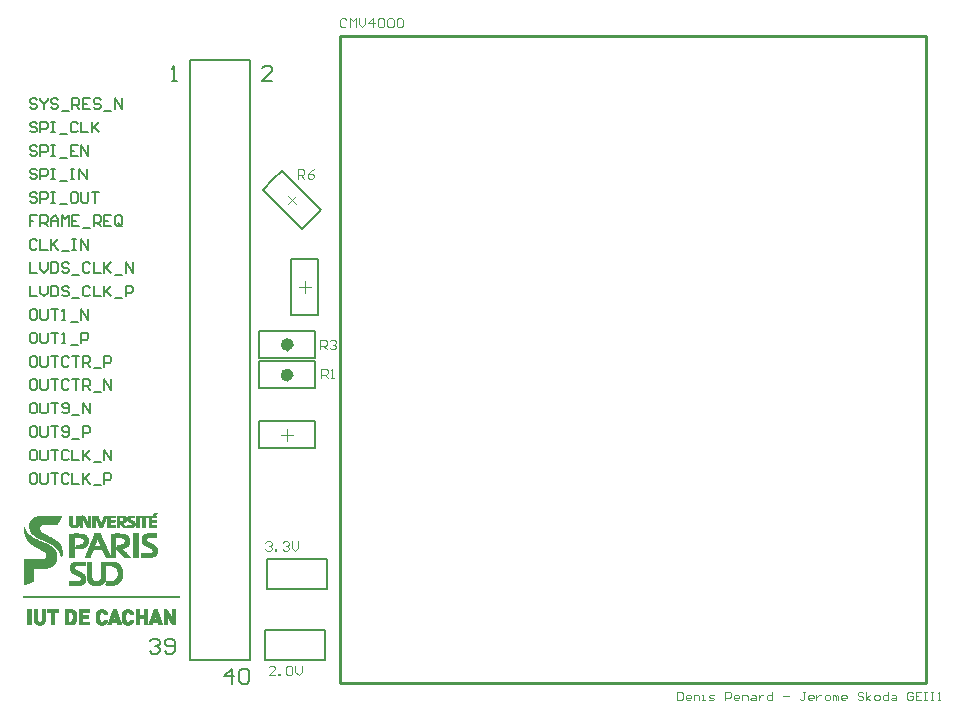
<source format=gto>
%FSLAX44Y44*%
%MOMM*%
G71*
G01*
G75*
G04 Layer_Color=65535*
%ADD10R,1.8000X1.1500*%
%ADD11C,0.7620*%
G04:AMPARAMS|DCode=12|XSize=1.15mm|YSize=1.8mm|CornerRadius=0mm|HoleSize=0mm|Usage=FLASHONLY|Rotation=135.000|XOffset=0mm|YOffset=0mm|HoleType=Round|Shape=Rectangle|*
%AMROTATEDRECTD12*
4,1,4,1.0430,0.2298,-0.2298,-1.0430,-1.0430,-0.2298,0.2298,1.0430,1.0430,0.2298,0.0*
%
%ADD12ROTATEDRECTD12*%

%ADD13R,1.1500X1.8000*%
%ADD14C,0.1500*%
%ADD15C,1.5000*%
%ADD16R,1.5000X1.5000*%
%ADD17R,1.5000X1.5000*%
%ADD18C,1.5240*%
%ADD19C,3.5000*%
%ADD20C,0.6000*%
%ADD21R,1.7000X1.1000*%
%ADD22R,1.1000X1.7000*%
G04:AMPARAMS|DCode=23|XSize=1.7mm|YSize=1.1mm|CornerRadius=0mm|HoleSize=0mm|Usage=FLASHONLY|Rotation=45.000|XOffset=0mm|YOffset=0mm|HoleType=Round|Shape=Rectangle|*
%AMROTATEDRECTD23*
4,1,4,-0.2121,-0.9900,-0.9900,-0.2121,0.2121,0.9900,0.9900,0.2121,-0.2121,-0.9900,0.0*
%
%ADD23ROTATEDRECTD23*%

%ADD24C,0.6000*%
%ADD25C,0.1000*%
%ADD26C,0.2540*%
%ADD27C,0.2000*%
%ADD28C,0.0178*%
%ADD29C,0.2032*%
D14*
X577196Y731704D02*
X599196D01*
X624196D02*
Y741704D01*
X577196Y731704D02*
Y744704D01*
X599196Y731704D02*
X624196D01*
X577196Y744704D02*
Y754704D01*
X624196D01*
Y741704D02*
Y754704D01*
X627224Y844912D02*
Y866912D01*
X617224Y891912D02*
X627224D01*
X614224Y844912D02*
X627224D01*
Y866912D02*
Y891912D01*
X604224Y844912D02*
X614224D01*
X604224D02*
Y891912D01*
X617224D01*
X580087Y950510D02*
X595643Y934954D01*
X613321Y917276D02*
X620392Y924347D01*
X580087Y950510D02*
X589279Y959702D01*
X595643Y934954D02*
X613321Y917276D01*
X589279Y959702D02*
X596350Y966773D01*
X629584Y933539D01*
X620392Y924347D02*
X629584Y933539D01*
X602224Y830904D02*
X624224D01*
X577224Y820904D02*
Y830904D01*
X624224Y817904D02*
Y830904D01*
X577224D02*
X602224D01*
X624224Y807904D02*
Y817904D01*
X577224Y807904D02*
X624224D01*
X577224D02*
Y820904D01*
X577196Y782504D02*
X599196D01*
X624196D02*
Y792504D01*
X577196Y782504D02*
Y795504D01*
X599196Y782504D02*
X624196D01*
X577196Y795504D02*
Y805504D01*
X624196D01*
Y792504D02*
Y805504D01*
D24*
X603436Y819840D02*
G03*
X603441Y819567I-2472J-182D01*
G01*
X603182Y793932D02*
G03*
X603187Y793659I-2472J-182D01*
G01*
D25*
X595696Y743204D02*
X605696D01*
X600696Y738204D02*
Y748204D01*
X615724Y863412D02*
Y873412D01*
X610724Y868412D02*
X620724D01*
X601300Y945560D02*
X608371Y938489D01*
X601300D02*
X608371Y945560D01*
X595724Y819404D02*
X605724D01*
X600724Y814404D02*
Y824404D01*
X595696Y794004D02*
X605696D01*
X600696Y789004D02*
Y799004D01*
X590548Y539750D02*
X585216D01*
X590548Y545082D01*
Y546414D01*
X589215Y547747D01*
X586549D01*
X585216Y546414D01*
X593213Y539750D02*
Y541083D01*
X594546D01*
Y539750D01*
X593213D01*
X599878Y546414D02*
X601211Y547747D01*
X603877D01*
X605210Y546414D01*
Y541083D01*
X603877Y539750D01*
X601211D01*
X599878Y541083D01*
Y546414D01*
X607875Y547747D02*
Y542416D01*
X610541Y539750D01*
X613207Y542416D01*
Y547747D01*
X582422Y651571D02*
X583755Y652903D01*
X586421D01*
X587754Y651571D01*
Y650238D01*
X586421Y648905D01*
X585088D01*
X586421D01*
X587754Y647572D01*
Y646239D01*
X586421Y644906D01*
X583755D01*
X582422Y646239D01*
X590419Y644906D02*
Y646239D01*
X591752D01*
Y644906D01*
X590419D01*
X597084Y651571D02*
X598417Y652903D01*
X601083D01*
X602416Y651571D01*
Y650238D01*
X601083Y648905D01*
X599750D01*
X601083D01*
X602416Y647572D01*
Y646239D01*
X601083Y644906D01*
X598417D01*
X597084Y646239D01*
X605081Y652903D02*
Y647572D01*
X607747Y644906D01*
X610413Y647572D01*
Y652903D01*
X628904Y815594D02*
Y823591D01*
X632903D01*
X634236Y822259D01*
Y819593D01*
X632903Y818260D01*
X628904D01*
X631570D02*
X634236Y815594D01*
X636901Y822259D02*
X638234Y823591D01*
X640900D01*
X642233Y822259D01*
Y820926D01*
X640900Y819593D01*
X639567D01*
X640900D01*
X642233Y818260D01*
Y816927D01*
X640900Y815594D01*
X638234D01*
X636901Y816927D01*
X651000Y1094800D02*
X649667Y1096133D01*
X647001D01*
X645668Y1094800D01*
Y1089469D01*
X647001Y1088136D01*
X649667D01*
X651000Y1089469D01*
X653665Y1088136D02*
Y1096133D01*
X656331Y1093468D01*
X658997Y1096133D01*
Y1088136D01*
X661663Y1096133D02*
Y1090802D01*
X664329Y1088136D01*
X666994Y1090802D01*
Y1096133D01*
X673659Y1088136D02*
Y1096133D01*
X669660Y1092135D01*
X674992D01*
X677658Y1094800D02*
X678991Y1096133D01*
X681656D01*
X682989Y1094800D01*
Y1089469D01*
X681656Y1088136D01*
X678991D01*
X677658Y1089469D01*
Y1094800D01*
X685655D02*
X686988Y1096133D01*
X689654D01*
X690987Y1094800D01*
Y1089469D01*
X689654Y1088136D01*
X686988D01*
X685655Y1089469D01*
Y1094800D01*
X693652D02*
X694985Y1096133D01*
X697651D01*
X698984Y1094800D01*
Y1089469D01*
X697651Y1088136D01*
X694985D01*
X693652Y1089469D01*
Y1094800D01*
X629920Y791210D02*
Y799207D01*
X633919D01*
X635252Y797875D01*
Y795209D01*
X633919Y793876D01*
X629920D01*
X632586D02*
X635252Y791210D01*
X637917D02*
X640583D01*
X639250D01*
Y799207D01*
X637917Y797875D01*
X610108Y960120D02*
Y968117D01*
X614107D01*
X615440Y966785D01*
Y964119D01*
X614107Y962786D01*
X610108D01*
X612774D02*
X615440Y960120D01*
X623437Y968117D02*
X620771Y966785D01*
X618105Y964119D01*
Y961453D01*
X619438Y960120D01*
X622104D01*
X623437Y961453D01*
Y962786D01*
X622104Y964119D01*
X618105D01*
X931164Y525412D02*
Y518414D01*
X934663D01*
X935829Y519580D01*
Y524245D01*
X934663Y525412D01*
X931164D01*
X941661Y518414D02*
X939328D01*
X938162Y519580D01*
Y521913D01*
X939328Y523079D01*
X941661D01*
X942827Y521913D01*
Y520747D01*
X938162D01*
X945160Y518414D02*
Y523079D01*
X948658D01*
X949825Y521913D01*
Y518414D01*
X952157D02*
X954490D01*
X953324D01*
Y523079D01*
X952157D01*
X957989Y518414D02*
X961488D01*
X962654Y519580D01*
X961488Y520747D01*
X959155D01*
X957989Y521913D01*
X959155Y523079D01*
X962654D01*
X971984Y518414D02*
Y525412D01*
X975483D01*
X976649Y524245D01*
Y521913D01*
X975483Y520747D01*
X971984D01*
X982481Y518414D02*
X980148D01*
X978982Y519580D01*
Y521913D01*
X980148Y523079D01*
X982481D01*
X983647Y521913D01*
Y520747D01*
X978982D01*
X985980Y518414D02*
Y523079D01*
X989479D01*
X990645Y521913D01*
Y518414D01*
X994144Y523079D02*
X996476D01*
X997643Y521913D01*
Y518414D01*
X994144D01*
X992978Y519580D01*
X994144Y520747D01*
X997643D01*
X999975Y523079D02*
Y518414D01*
Y520747D01*
X1001142Y521913D01*
X1002308Y523079D01*
X1003474D01*
X1011638Y525412D02*
Y518414D01*
X1008139D01*
X1006973Y519580D01*
Y521913D01*
X1008139Y523079D01*
X1011638D01*
X1020968Y521913D02*
X1025634D01*
X1039629Y525412D02*
X1037297D01*
X1038463D01*
Y519580D01*
X1037297Y518414D01*
X1036130D01*
X1034964Y519580D01*
X1045461Y518414D02*
X1043128D01*
X1041962Y519580D01*
Y521913D01*
X1043128Y523079D01*
X1045461D01*
X1046627Y521913D01*
Y520747D01*
X1041962D01*
X1048960Y523079D02*
Y518414D01*
Y520747D01*
X1050126Y521913D01*
X1051292Y523079D01*
X1052458D01*
X1057123Y518414D02*
X1059456D01*
X1060622Y519580D01*
Y521913D01*
X1059456Y523079D01*
X1057123D01*
X1055957Y521913D01*
Y519580D01*
X1057123Y518414D01*
X1062955D02*
Y523079D01*
X1064121D01*
X1065288Y521913D01*
Y518414D01*
Y521913D01*
X1066454Y523079D01*
X1067620Y521913D01*
Y518414D01*
X1073452D02*
X1071119D01*
X1069953Y519580D01*
Y521913D01*
X1071119Y523079D01*
X1073452D01*
X1074618Y521913D01*
Y520747D01*
X1069953D01*
X1088613Y524245D02*
X1087447Y525412D01*
X1085115D01*
X1083948Y524245D01*
Y523079D01*
X1085115Y521913D01*
X1087447D01*
X1088613Y520747D01*
Y519580D01*
X1087447Y518414D01*
X1085115D01*
X1083948Y519580D01*
X1090946Y518414D02*
Y525412D01*
Y520747D02*
X1094445Y523079D01*
X1090946Y520747D02*
X1094445Y518414D01*
X1099110D02*
X1101443D01*
X1102609Y519580D01*
Y521913D01*
X1101443Y523079D01*
X1099110D01*
X1097944Y521913D01*
Y519580D01*
X1099110Y518414D01*
X1109607Y525412D02*
Y518414D01*
X1106108D01*
X1104941Y519580D01*
Y521913D01*
X1106108Y523079D01*
X1109607D01*
X1113105D02*
X1115438D01*
X1116604Y521913D01*
Y518414D01*
X1113105D01*
X1111939Y519580D01*
X1113105Y520747D01*
X1116604D01*
X1130600Y524245D02*
X1129434Y525412D01*
X1127101D01*
X1125935Y524245D01*
Y519580D01*
X1127101Y518414D01*
X1129434D01*
X1130600Y519580D01*
Y521913D01*
X1128267D01*
X1137598Y525412D02*
X1132933D01*
Y518414D01*
X1137598D01*
X1132933Y521913D02*
X1135265D01*
X1139930Y525412D02*
X1142263D01*
X1141096D01*
Y518414D01*
X1139930D01*
X1142263D01*
X1145762Y525412D02*
X1148094D01*
X1146928D01*
Y518414D01*
X1145762D01*
X1148094D01*
X1151593D02*
X1153926D01*
X1152759D01*
Y525412D01*
X1151593Y524245D01*
D26*
X645818Y532676D02*
Y1080676D01*
Y532676D02*
X1140818D01*
X1141818D02*
Y1080676D01*
X645818D02*
X1140818D01*
D27*
X518414Y552958D02*
Y1060958D01*
X569214Y552958D02*
Y1060958D01*
X518414D02*
X569214D01*
X518414Y552958D02*
X569214D01*
X582422D02*
Y578358D01*
X633222D01*
Y552958D02*
Y578358D01*
X582422Y552958D02*
X633222D01*
X583438Y612648D02*
Y638048D01*
X634238D01*
Y612648D02*
Y638048D01*
X583438Y612648D02*
X634238D01*
X389030Y1006718D02*
X387531Y1008217D01*
X384532D01*
X383032Y1006718D01*
Y1005218D01*
X384532Y1003719D01*
X387531D01*
X389030Y1002219D01*
Y1000720D01*
X387531Y999220D01*
X384532D01*
X383032Y1000720D01*
X392029Y999220D02*
Y1008217D01*
X396528D01*
X398027Y1006718D01*
Y1003719D01*
X396528Y1002219D01*
X392029D01*
X401026Y1008217D02*
X404025D01*
X402526D01*
Y999220D01*
X401026D01*
X404025D01*
X408524Y997721D02*
X414522D01*
X423519Y1006718D02*
X422019Y1008217D01*
X419020D01*
X417521Y1006718D01*
Y1000720D01*
X419020Y999220D01*
X422019D01*
X423519Y1000720D01*
X426518Y1008217D02*
Y999220D01*
X432516D01*
X435515Y1008217D02*
Y999220D01*
Y1002219D01*
X441513Y1008217D01*
X437015Y1003719D01*
X441513Y999220D01*
X389030Y967062D02*
X387531Y968561D01*
X384532D01*
X383032Y967062D01*
Y965562D01*
X384532Y964063D01*
X387531D01*
X389030Y962563D01*
Y961064D01*
X387531Y959564D01*
X384532D01*
X383032Y961064D01*
X392029Y959564D02*
Y968561D01*
X396528D01*
X398027Y967062D01*
Y964063D01*
X396528Y962563D01*
X392029D01*
X401026Y968561D02*
X404025D01*
X402526D01*
Y959564D01*
X401026D01*
X404025D01*
X408524Y958065D02*
X414522D01*
X417521Y968561D02*
X420520D01*
X419020D01*
Y959564D01*
X417521D01*
X420520D01*
X425018D02*
Y968561D01*
X431017Y959564D01*
Y968561D01*
X389030Y1026546D02*
X387531Y1028045D01*
X384532D01*
X383032Y1026546D01*
Y1025046D01*
X384532Y1023547D01*
X387531D01*
X389030Y1022047D01*
Y1020547D01*
X387531Y1019048D01*
X384532D01*
X383032Y1020547D01*
X392029Y1028045D02*
Y1026546D01*
X395028Y1023547D01*
X398027Y1026546D01*
Y1028045D01*
X395028Y1023547D02*
Y1019048D01*
X407024Y1026546D02*
X405525Y1028045D01*
X402526D01*
X401026Y1026546D01*
Y1025046D01*
X402526Y1023547D01*
X405525D01*
X407024Y1022047D01*
Y1020547D01*
X405525Y1019048D01*
X402526D01*
X401026Y1020547D01*
X410023Y1017549D02*
X416021D01*
X419020Y1019048D02*
Y1028045D01*
X423519D01*
X425018Y1026546D01*
Y1023547D01*
X423519Y1022047D01*
X419020D01*
X422019D02*
X425018Y1019048D01*
X434016Y1028045D02*
X428017D01*
Y1019048D01*
X434016D01*
X428017Y1023547D02*
X431017D01*
X443013Y1026546D02*
X441513Y1028045D01*
X438514D01*
X437015Y1026546D01*
Y1025046D01*
X438514Y1023547D01*
X441513D01*
X443013Y1022047D01*
Y1020547D01*
X441513Y1019048D01*
X438514D01*
X437015Y1020547D01*
X446012Y1017549D02*
X452010D01*
X455009Y1019048D02*
Y1028045D01*
X461007Y1019048D01*
Y1028045D01*
X389030Y986890D02*
X387531Y988389D01*
X384532D01*
X383032Y986890D01*
Y985390D01*
X384532Y983891D01*
X387531D01*
X389030Y982391D01*
Y980892D01*
X387531Y979392D01*
X384532D01*
X383032Y980892D01*
X392029Y979392D02*
Y988389D01*
X396528D01*
X398027Y986890D01*
Y983891D01*
X396528Y982391D01*
X392029D01*
X401026Y988389D02*
X404025D01*
X402526D01*
Y979392D01*
X401026D01*
X404025D01*
X408524Y977893D02*
X414522D01*
X423519Y988389D02*
X417521D01*
Y979392D01*
X423519D01*
X417521Y983891D02*
X420520D01*
X426518Y979392D02*
Y988389D01*
X432516Y979392D01*
Y988389D01*
X389030Y907578D02*
X387531Y909078D01*
X384532D01*
X383032Y907578D01*
Y901580D01*
X384532Y900081D01*
X387531D01*
X389030Y901580D01*
X392029Y909078D02*
Y900081D01*
X398027D01*
X401026Y909078D02*
Y900081D01*
Y903080D01*
X407024Y909078D01*
X402526Y904579D01*
X407024Y900081D01*
X410023Y898581D02*
X416021D01*
X419020Y909078D02*
X422019D01*
X420520D01*
Y900081D01*
X419020D01*
X422019D01*
X426518D02*
Y909078D01*
X432516Y900081D01*
Y909078D01*
X389030Y928906D02*
X383032D01*
Y924407D01*
X386031D01*
X383032D01*
Y919909D01*
X392029D02*
Y928906D01*
X396528D01*
X398027Y927406D01*
Y924407D01*
X396528Y922908D01*
X392029D01*
X395028D02*
X398027Y919909D01*
X401026D02*
Y925907D01*
X404025Y928906D01*
X407024Y925907D01*
Y919909D01*
Y924407D01*
X401026D01*
X410023Y919909D02*
Y928906D01*
X413022Y925907D01*
X416021Y928906D01*
Y919909D01*
X425018Y928906D02*
X419020D01*
Y919909D01*
X425018D01*
X419020Y924407D02*
X422019D01*
X428017Y918409D02*
X434016D01*
X437015Y919909D02*
Y928906D01*
X441513D01*
X443013Y927406D01*
Y924407D01*
X441513Y922908D01*
X437015D01*
X440014D02*
X443013Y919909D01*
X452010Y928906D02*
X446012D01*
Y919909D01*
X452010D01*
X446012Y924407D02*
X449011D01*
X461007Y921408D02*
Y927406D01*
X459507Y928906D01*
X456508D01*
X455009Y927406D01*
Y921408D01*
X456508Y919909D01*
X459507D01*
X458008Y922908D02*
X461007Y919909D01*
X459507D02*
X461007Y921408D01*
X389030Y947234D02*
X387531Y948734D01*
X384532D01*
X383032Y947234D01*
Y945735D01*
X384532Y944235D01*
X387531D01*
X389030Y942736D01*
Y941236D01*
X387531Y939736D01*
X384532D01*
X383032Y941236D01*
X392029Y939736D02*
Y948734D01*
X396528D01*
X398027Y947234D01*
Y944235D01*
X396528Y942736D01*
X392029D01*
X401026Y948734D02*
X404025D01*
X402526D01*
Y939736D01*
X401026D01*
X404025D01*
X408524Y938237D02*
X414522D01*
X422019Y948734D02*
X419020D01*
X417521Y947234D01*
Y941236D01*
X419020Y939736D01*
X422019D01*
X423519Y941236D01*
Y947234D01*
X422019Y948734D01*
X426518D02*
Y941236D01*
X428017Y939736D01*
X431017D01*
X432516Y941236D01*
Y948734D01*
X435515D02*
X441513D01*
X438514D01*
Y939736D01*
X383032Y889250D02*
Y880253D01*
X389030D01*
X392029Y889250D02*
Y883252D01*
X395028Y880253D01*
X398027Y883252D01*
Y889250D01*
X401026D02*
Y880253D01*
X405525D01*
X407024Y881752D01*
Y887750D01*
X405525Y889250D01*
X401026D01*
X416021Y887750D02*
X414522Y889250D01*
X411523D01*
X410023Y887750D01*
Y886251D01*
X411523Y884751D01*
X414522D01*
X416021Y883252D01*
Y881752D01*
X414522Y880253D01*
X411523D01*
X410023Y881752D01*
X419020Y878753D02*
X425018D01*
X434016Y887750D02*
X432516Y889250D01*
X429517D01*
X428017Y887750D01*
Y881752D01*
X429517Y880253D01*
X432516D01*
X434016Y881752D01*
X437015Y889250D02*
Y880253D01*
X443013D01*
X446012Y889250D02*
Y880253D01*
Y883252D01*
X452010Y889250D01*
X447511Y884751D01*
X452010Y880253D01*
X455009Y878753D02*
X461007D01*
X464006Y880253D02*
Y889250D01*
X470004Y880253D01*
Y889250D01*
X383032Y869422D02*
Y860425D01*
X389030D01*
X392029Y869422D02*
Y863424D01*
X395028Y860425D01*
X398027Y863424D01*
Y869422D01*
X401026D02*
Y860425D01*
X405525D01*
X407024Y861925D01*
Y867923D01*
X405525Y869422D01*
X401026D01*
X416021Y867923D02*
X414522Y869422D01*
X411523D01*
X410023Y867923D01*
Y866423D01*
X411523Y864923D01*
X414522D01*
X416021Y863424D01*
Y861925D01*
X414522Y860425D01*
X411523D01*
X410023Y861925D01*
X419020Y858925D02*
X425018D01*
X434016Y867923D02*
X432516Y869422D01*
X429517D01*
X428017Y867923D01*
Y861925D01*
X429517Y860425D01*
X432516D01*
X434016Y861925D01*
X437015Y869422D02*
Y860425D01*
X443013D01*
X446012Y869422D02*
Y860425D01*
Y863424D01*
X452010Y869422D01*
X447511Y864923D01*
X452010Y860425D01*
X455009Y858925D02*
X461007D01*
X464006Y860425D02*
Y869422D01*
X468504D01*
X470004Y867923D01*
Y864923D01*
X468504Y863424D01*
X464006D01*
X387531Y849594D02*
X384532D01*
X383032Y848095D01*
Y842097D01*
X384532Y840597D01*
X387531D01*
X389030Y842097D01*
Y848095D01*
X387531Y849594D01*
X392029D02*
Y842097D01*
X393529Y840597D01*
X396528D01*
X398027Y842097D01*
Y849594D01*
X401026D02*
X407024D01*
X404025D01*
Y840597D01*
X410023D02*
X413022D01*
X411523D01*
Y849594D01*
X410023Y848095D01*
X417521Y839098D02*
X423519D01*
X426518Y840597D02*
Y849594D01*
X432516Y840597D01*
Y849594D01*
X387531Y829766D02*
X384532D01*
X383032Y828267D01*
Y822269D01*
X384532Y820769D01*
X387531D01*
X389030Y822269D01*
Y828267D01*
X387531Y829766D01*
X392029D02*
Y822269D01*
X393529Y820769D01*
X396528D01*
X398027Y822269D01*
Y829766D01*
X401026D02*
X407024D01*
X404025D01*
Y820769D01*
X410023D02*
X413022D01*
X411523D01*
Y829766D01*
X410023Y828267D01*
X417521Y819270D02*
X423519D01*
X426518Y820769D02*
Y829766D01*
X431017D01*
X432516Y828267D01*
Y825268D01*
X431017Y823768D01*
X426518D01*
X387531Y770283D02*
X384532D01*
X383032Y768783D01*
Y762785D01*
X384532Y761286D01*
X387531D01*
X389030Y762785D01*
Y768783D01*
X387531Y770283D01*
X392029D02*
Y762785D01*
X393529Y761286D01*
X396528D01*
X398027Y762785D01*
Y770283D01*
X401026D02*
X407024D01*
X404025D01*
Y761286D01*
X410023Y762785D02*
X411523Y761286D01*
X414522D01*
X416021Y762785D01*
Y768783D01*
X414522Y770283D01*
X411523D01*
X410023Y768783D01*
Y767284D01*
X411523Y765784D01*
X416021D01*
X419020Y759786D02*
X425018D01*
X428017Y761286D02*
Y770283D01*
X434016Y761286D01*
Y770283D01*
X387531Y750455D02*
X384532D01*
X383032Y748955D01*
Y742957D01*
X384532Y741458D01*
X387531D01*
X389030Y742957D01*
Y748955D01*
X387531Y750455D01*
X392029D02*
Y742957D01*
X393529Y741458D01*
X396528D01*
X398027Y742957D01*
Y750455D01*
X401026D02*
X407024D01*
X404025D01*
Y741458D01*
X410023Y742957D02*
X411523Y741458D01*
X414522D01*
X416021Y742957D01*
Y748955D01*
X414522Y750455D01*
X411523D01*
X410023Y748955D01*
Y747456D01*
X411523Y745956D01*
X416021D01*
X419020Y739958D02*
X425018D01*
X428017Y741458D02*
Y750455D01*
X432516D01*
X434016Y748955D01*
Y745956D01*
X432516Y744457D01*
X428017D01*
X387531Y710799D02*
X384532D01*
X383032Y709300D01*
Y703301D01*
X384532Y701802D01*
X387531D01*
X389030Y703301D01*
Y709300D01*
X387531Y710799D01*
X392029D02*
Y703301D01*
X393529Y701802D01*
X396528D01*
X398027Y703301D01*
Y710799D01*
X401026D02*
X407024D01*
X404025D01*
Y701802D01*
X416021Y709300D02*
X414522Y710799D01*
X411523D01*
X410023Y709300D01*
Y703301D01*
X411523Y701802D01*
X414522D01*
X416021Y703301D01*
X419020Y710799D02*
Y701802D01*
X425018D01*
X428017Y710799D02*
Y701802D01*
Y704801D01*
X434016Y710799D01*
X429517Y706301D01*
X434016Y701802D01*
X437015Y700303D02*
X443013D01*
X446012Y701802D02*
Y710799D01*
X450510D01*
X452010Y709300D01*
Y706301D01*
X450510Y704801D01*
X446012D01*
X387531Y730627D02*
X384532D01*
X383032Y729127D01*
Y723129D01*
X384532Y721630D01*
X387531D01*
X389030Y723129D01*
Y729127D01*
X387531Y730627D01*
X392029D02*
Y723129D01*
X393529Y721630D01*
X396528D01*
X398027Y723129D01*
Y730627D01*
X401026D02*
X407024D01*
X404025D01*
Y721630D01*
X416021Y729127D02*
X414522Y730627D01*
X411523D01*
X410023Y729127D01*
Y723129D01*
X411523Y721630D01*
X414522D01*
X416021Y723129D01*
X419020Y730627D02*
Y721630D01*
X425018D01*
X428017Y730627D02*
Y721630D01*
Y724629D01*
X434016Y730627D01*
X429517Y726128D01*
X434016Y721630D01*
X437015Y720130D02*
X443013D01*
X446012Y721630D02*
Y730627D01*
X452010Y721630D01*
Y730627D01*
X387531Y809939D02*
X384532D01*
X383032Y808439D01*
Y802441D01*
X384532Y800941D01*
X387531D01*
X389030Y802441D01*
Y808439D01*
X387531Y809939D01*
X392029D02*
Y802441D01*
X393529Y800941D01*
X396528D01*
X398027Y802441D01*
Y809939D01*
X401026D02*
X407024D01*
X404025D01*
Y800941D01*
X416021Y808439D02*
X414522Y809939D01*
X411523D01*
X410023Y808439D01*
Y802441D01*
X411523Y800941D01*
X414522D01*
X416021Y802441D01*
X419020Y809939D02*
X425018D01*
X422019D01*
Y800941D01*
X428017D02*
Y809939D01*
X432516D01*
X434016Y808439D01*
Y805440D01*
X432516Y803940D01*
X428017D01*
X431017D02*
X434016Y800941D01*
X437015Y799442D02*
X443013D01*
X446012Y800941D02*
Y809939D01*
X450510D01*
X452010Y808439D01*
Y805440D01*
X450510Y803940D01*
X446012D01*
X387531Y790111D02*
X384532D01*
X383032Y788611D01*
Y782613D01*
X384532Y781114D01*
X387531D01*
X389030Y782613D01*
Y788611D01*
X387531Y790111D01*
X392029D02*
Y782613D01*
X393529Y781114D01*
X396528D01*
X398027Y782613D01*
Y790111D01*
X401026D02*
X407024D01*
X404025D01*
Y781114D01*
X416021Y788611D02*
X414522Y790111D01*
X411523D01*
X410023Y788611D01*
Y782613D01*
X411523Y781114D01*
X414522D01*
X416021Y782613D01*
X419020Y790111D02*
X425018D01*
X422019D01*
Y781114D01*
X428017D02*
Y790111D01*
X432516D01*
X434016Y788611D01*
Y785612D01*
X432516Y784112D01*
X428017D01*
X431017D02*
X434016Y781114D01*
X437015Y779614D02*
X443013D01*
X446012Y781114D02*
Y790111D01*
X452010Y781114D01*
Y790111D01*
D28*
X488569Y677367D02*
X490703D01*
X488391Y677189D02*
X490525D01*
X488213Y677012D02*
X490169D01*
X488213Y676834D02*
X489991D01*
X488036Y676656D02*
X489814D01*
X487858Y676478D02*
X489636D01*
X487680Y676300D02*
X489458D01*
X487680Y676123D02*
X489280D01*
X487502Y675945D02*
X489102D01*
X487324Y675767D02*
X488925D01*
X487147Y675589D02*
X488747D01*
X487147Y675411D02*
X488569D01*
X426872Y675056D02*
X427406D01*
X393446Y674878D02*
X409448D01*
X416382D02*
X418516D01*
X422250D02*
X424383D01*
X425628D02*
X428117D01*
X432384D02*
X434340D01*
X435585D02*
X437896D01*
X438074D02*
X440207D01*
X445897D02*
X448031D01*
X448742D02*
X455143D01*
X456387D02*
X461366D01*
X467233D02*
X471500D01*
X472745D02*
X475056D01*
X475590D02*
X482879D01*
X483768D02*
X490169D01*
X391668Y674700D02*
X409448D01*
X416382D02*
X418516D01*
X422250D02*
X424383D01*
X425628D02*
X428295D01*
X432384D02*
X434340D01*
X435585D02*
X437896D01*
X438074D02*
X440207D01*
X445897D02*
X448031D01*
X448742D02*
X455143D01*
X456387D02*
X462255D01*
X466700D02*
X471500D01*
X472745D02*
X475056D01*
X475590D02*
X483057D01*
X483768D02*
X490169D01*
X390601Y674522D02*
X409270D01*
X416382D02*
X418516D01*
X422250D02*
X424383D01*
X425628D02*
X428473D01*
X432384D02*
X434340D01*
X435585D02*
X437896D01*
X438074D02*
X440207D01*
X445719D02*
X447853D01*
X448742D02*
X455143D01*
X456387D02*
X462788D01*
X466344D02*
X471500D01*
X472745D02*
X475056D01*
X475590D02*
X483057D01*
X483768D02*
X490169D01*
X389712Y674345D02*
X409270D01*
X416382D02*
X418516D01*
X422250D02*
X424383D01*
X425628D02*
X428650D01*
X432384D02*
X434340D01*
X435585D02*
X437896D01*
X438252D02*
X440385D01*
X445719D02*
X447853D01*
X448742D02*
X455143D01*
X456387D02*
X463144D01*
X465988D02*
X471500D01*
X472745D02*
X475056D01*
X475590D02*
X483057D01*
X483768D02*
X490169D01*
X389001Y674167D02*
X409092D01*
X416382D02*
X418516D01*
X422250D02*
X424383D01*
X425628D02*
X428828D01*
X432384D02*
X434340D01*
X435585D02*
X437896D01*
X438252D02*
X440385D01*
X445719D02*
X447675D01*
X448742D02*
X455143D01*
X456387D02*
X463321D01*
X465811D02*
X471500D01*
X472745D02*
X475056D01*
X475590D02*
X483057D01*
X483768D02*
X490169D01*
X388468Y673989D02*
X409092D01*
X416382D02*
X418516D01*
X422250D02*
X424383D01*
X425628D02*
X428828D01*
X432384D02*
X434340D01*
X435585D02*
X437896D01*
X438429D02*
X440385D01*
X445541D02*
X447675D01*
X448742D02*
X455143D01*
X456387D02*
X463499D01*
X465633D02*
X471500D01*
X472745D02*
X475056D01*
X475590D02*
X483057D01*
X483768D02*
X490169D01*
X387934Y673811D02*
X408915D01*
X416382D02*
X418516D01*
X422250D02*
X424383D01*
X425628D02*
X429006D01*
X432384D02*
X434340D01*
X435585D02*
X437896D01*
X438429D02*
X440563D01*
X445541D02*
X447675D01*
X448742D02*
X455143D01*
X456387D02*
X463677D01*
X465633D02*
X471500D01*
X472745D02*
X475056D01*
X475590D02*
X483057D01*
X483768D02*
X490169D01*
X387579Y673633D02*
X408915D01*
X416382D02*
X418516D01*
X422250D02*
X424383D01*
X425628D02*
X429184D01*
X432384D02*
X434340D01*
X435585D02*
X437896D01*
X438429D02*
X440563D01*
X445541D02*
X447497D01*
X448742D02*
X455143D01*
X456387D02*
X463855D01*
X465455D02*
X471500D01*
X472745D02*
X475056D01*
X475590D02*
X483057D01*
X483768D02*
X490169D01*
X387045Y673456D02*
X408737D01*
X416382D02*
X418516D01*
X422250D02*
X424383D01*
X425628D02*
X429184D01*
X432384D02*
X434340D01*
X435585D02*
X437896D01*
X438607D02*
X440741D01*
X445364D02*
X447497D01*
X448742D02*
X455143D01*
X456387D02*
X464033D01*
X465455D02*
X471500D01*
X472745D02*
X475056D01*
X475590D02*
X483057D01*
X483768D02*
X490169D01*
X386690Y673278D02*
X408737D01*
X416382D02*
X418516D01*
X422250D02*
X424383D01*
X425628D02*
X429362D01*
X432384D02*
X434340D01*
X435585D02*
X437896D01*
X438607D02*
X440741D01*
X445364D02*
X447497D01*
X448742D02*
X450875D01*
X456387D02*
X458343D01*
X460654D02*
X464033D01*
X465277D02*
X471500D01*
X472745D02*
X475056D01*
X478257D02*
X480212D01*
X483768D02*
X485902D01*
X386512Y673100D02*
X408559D01*
X416382D02*
X418516D01*
X422250D02*
X424383D01*
X425628D02*
X429362D01*
X432384D02*
X434340D01*
X435585D02*
X437896D01*
X438785D02*
X440741D01*
X445186D02*
X447319D01*
X448742D02*
X450875D01*
X456387D02*
X458343D01*
X461543D02*
X464210D01*
X465277D02*
X467411D01*
X472745D02*
X475056D01*
X478257D02*
X480390D01*
X483768D02*
X485902D01*
X386156Y672922D02*
X408559D01*
X416382D02*
X418516D01*
X422250D02*
X424383D01*
X425628D02*
X429539D01*
X432384D02*
X434340D01*
X435585D02*
X437896D01*
X438785D02*
X440919D01*
X445186D02*
X447319D01*
X448742D02*
X450875D01*
X456387D02*
X458343D01*
X461899D02*
X464210D01*
X465277D02*
X467233D01*
X472745D02*
X475056D01*
X478257D02*
X480390D01*
X483768D02*
X485902D01*
X385801Y672744D02*
X408381D01*
X416382D02*
X418516D01*
X422250D02*
X424383D01*
X425628D02*
X429539D01*
X432384D02*
X434340D01*
X435585D02*
X437896D01*
X438785D02*
X440919D01*
X445186D02*
X447142D01*
X448742D02*
X450875D01*
X456387D02*
X458343D01*
X462077D02*
X464210D01*
X465099D02*
X467233D01*
X472745D02*
X475056D01*
X478257D02*
X480390D01*
X483768D02*
X485902D01*
X385623Y672567D02*
X408381D01*
X416382D02*
X418516D01*
X422250D02*
X424383D01*
X425628D02*
X429717D01*
X432384D02*
X434340D01*
X435585D02*
X437896D01*
X438963D02*
X441096D01*
X445008D02*
X447142D01*
X448742D02*
X450875D01*
X456387D02*
X458343D01*
X462255D02*
X464210D01*
X465099D02*
X467055D01*
X472745D02*
X475056D01*
X478257D02*
X480390D01*
X483768D02*
X485902D01*
X385267Y672389D02*
X408203D01*
X416382D02*
X418516D01*
X422250D02*
X424383D01*
X425628D02*
X429717D01*
X432384D02*
X434340D01*
X435585D02*
X437896D01*
X438963D02*
X441096D01*
X445008D02*
X447142D01*
X448742D02*
X450875D01*
X456387D02*
X458343D01*
X462255D02*
X464388D01*
X465099D02*
X467055D01*
X472745D02*
X475056D01*
X478257D02*
X480390D01*
X483768D02*
X485902D01*
X385089Y672211D02*
X408203D01*
X416382D02*
X418516D01*
X422250D02*
X424383D01*
X425628D02*
X427584D01*
X427761D02*
X429895D01*
X432384D02*
X434340D01*
X435585D02*
X437896D01*
X439141D02*
X441096D01*
X444830D02*
X446964D01*
X448742D02*
X450875D01*
X456387D02*
X458343D01*
X462255D02*
X464388D01*
X465099D02*
X467055D01*
X472745D02*
X475056D01*
X478257D02*
X480390D01*
X483768D02*
X485902D01*
X384912Y672033D02*
X408026D01*
X416382D02*
X418516D01*
X422250D02*
X424383D01*
X425628D02*
X427584D01*
X427761D02*
X430073D01*
X432384D02*
X434340D01*
X435585D02*
X437896D01*
X439141D02*
X441274D01*
X444830D02*
X446964D01*
X448742D02*
X450875D01*
X456387D02*
X458343D01*
X462432D02*
X464388D01*
X465099D02*
X467233D01*
X472745D02*
X475056D01*
X478257D02*
X480390D01*
X483768D02*
X485902D01*
X384734Y671855D02*
X407848D01*
X416382D02*
X418516D01*
X422250D02*
X424383D01*
X425628D02*
X427584D01*
X427761D02*
X430073D01*
X432384D02*
X434340D01*
X435585D02*
X437896D01*
X439141D02*
X441274D01*
X444830D02*
X446786D01*
X448742D02*
X450875D01*
X456387D02*
X458343D01*
X462432D02*
X464388D01*
X465099D02*
X467233D01*
X472745D02*
X475056D01*
X478257D02*
X480390D01*
X483768D02*
X485902D01*
X384556Y671678D02*
X407848D01*
X416382D02*
X418516D01*
X422250D02*
X424383D01*
X425628D02*
X427584D01*
X427939D02*
X430251D01*
X432384D02*
X434340D01*
X435585D02*
X437896D01*
X439318D02*
X441452D01*
X444652D02*
X446786D01*
X448742D02*
X450875D01*
X456387D02*
X458343D01*
X462432D02*
X464388D01*
X465277D02*
X467589D01*
X472745D02*
X475056D01*
X478257D02*
X480390D01*
X483768D02*
X485902D01*
X384378Y671500D02*
X407670D01*
X416382D02*
X418516D01*
X422250D02*
X424383D01*
X425628D02*
X427584D01*
X428117D02*
X430251D01*
X432384D02*
X434340D01*
X435585D02*
X437896D01*
X439318D02*
X441452D01*
X444652D02*
X446786D01*
X448742D02*
X450875D01*
X456387D02*
X458343D01*
X462432D02*
X464388D01*
X465277D02*
X467766D01*
X472745D02*
X475056D01*
X478257D02*
X480390D01*
X483768D02*
X485902D01*
X384200Y671322D02*
X407670D01*
X416382D02*
X418516D01*
X422250D02*
X424383D01*
X425628D02*
X427584D01*
X428117D02*
X430428D01*
X432384D02*
X434340D01*
X435585D02*
X437896D01*
X439496D02*
X441630D01*
X444652D02*
X446608D01*
X448742D02*
X450875D01*
X456387D02*
X458343D01*
X462255D02*
X464388D01*
X465277D02*
X468122D01*
X472745D02*
X475056D01*
X478257D02*
X480390D01*
X483768D02*
X485902D01*
X384023Y671144D02*
X407492D01*
X416382D02*
X418516D01*
X422250D02*
X424383D01*
X425628D02*
X427584D01*
X428295D02*
X430606D01*
X432384D02*
X434340D01*
X435585D02*
X437896D01*
X439496D02*
X441630D01*
X444475D02*
X446608D01*
X448742D02*
X450875D01*
X456387D02*
X458343D01*
X462255D02*
X464388D01*
X465455D02*
X468478D01*
X472745D02*
X475056D01*
X478257D02*
X480390D01*
X483768D02*
X485902D01*
X383845Y670966D02*
X407492D01*
X416382D02*
X418516D01*
X422250D02*
X424383D01*
X425628D02*
X427584D01*
X428295D02*
X430606D01*
X432384D02*
X434340D01*
X435585D02*
X437896D01*
X439496D02*
X441630D01*
X444475D02*
X446608D01*
X448742D02*
X450875D01*
X456387D02*
X458343D01*
X462077D02*
X464210D01*
X465455D02*
X468833D01*
X472745D02*
X475056D01*
X478257D02*
X480390D01*
X483768D02*
X485902D01*
X383845Y670789D02*
X407314D01*
X416382D02*
X418516D01*
X422250D02*
X424383D01*
X425628D02*
X427584D01*
X428473D02*
X430784D01*
X432384D02*
X434340D01*
X435585D02*
X437896D01*
X439674D02*
X441808D01*
X444297D02*
X446430D01*
X448742D02*
X454965D01*
X456387D02*
X458343D01*
X461899D02*
X464210D01*
X465633D02*
X469189D01*
X472745D02*
X475056D01*
X478257D02*
X480390D01*
X483768D02*
X489991D01*
X383667Y670611D02*
X407314D01*
X416382D02*
X418516D01*
X422250D02*
X424383D01*
X425628D02*
X427584D01*
X428473D02*
X430784D01*
X432384D02*
X434340D01*
X435585D02*
X437896D01*
X439674D02*
X441808D01*
X444297D02*
X446430D01*
X448742D02*
X454965D01*
X456387D02*
X458343D01*
X461721D02*
X464210D01*
X465811D02*
X469544D01*
X472745D02*
X475056D01*
X478257D02*
X480390D01*
X483768D02*
X489991D01*
X383489Y670433D02*
X407137D01*
X416382D02*
X418516D01*
X422250D02*
X424383D01*
X425628D02*
X427584D01*
X428650D02*
X430962D01*
X432384D02*
X434340D01*
X435585D02*
X437896D01*
X439852D02*
X441808D01*
X444297D02*
X446253D01*
X448742D02*
X454965D01*
X456387D02*
X458343D01*
X461366D02*
X464210D01*
X465988D02*
X469900D01*
X472745D02*
X475056D01*
X478257D02*
X480390D01*
X483768D02*
X489991D01*
X383489Y670255D02*
X407137D01*
X416382D02*
X418516D01*
X422250D02*
X424383D01*
X425628D02*
X427584D01*
X428828D02*
X430962D01*
X432384D02*
X434340D01*
X435585D02*
X437896D01*
X439852D02*
X441985D01*
X444119D02*
X446253D01*
X448742D02*
X454787D01*
X456387D02*
X458343D01*
X460477D02*
X464033D01*
X466166D02*
X470256D01*
X472745D02*
X475056D01*
X478257D02*
X480390D01*
X483768D02*
X489814D01*
X383311Y670077D02*
X406959D01*
X416382D02*
X418516D01*
X422250D02*
X424383D01*
X425628D02*
X427584D01*
X428828D02*
X431140D01*
X432384D02*
X434340D01*
X435585D02*
X437896D01*
X439852D02*
X441985D01*
X444119D02*
X446253D01*
X448742D02*
X454787D01*
X456387D02*
X458343D01*
X459054D02*
X463855D01*
X466522D02*
X470433D01*
X472745D02*
X475056D01*
X478257D02*
X480390D01*
X483768D02*
X489814D01*
X383311Y669900D02*
X406959D01*
X416382D02*
X418516D01*
X422250D02*
X424383D01*
X425628D02*
X427584D01*
X429006D02*
X431317D01*
X432384D02*
X434340D01*
X435585D02*
X437896D01*
X440030D02*
X442163D01*
X443941D02*
X446075D01*
X448742D02*
X454609D01*
X456387D02*
X458343D01*
X459054D02*
X463855D01*
X466700D02*
X470789D01*
X472745D02*
X475056D01*
X478257D02*
X480390D01*
X483768D02*
X489814D01*
X383134Y669722D02*
X406781D01*
X416382D02*
X418516D01*
X422250D02*
X424383D01*
X425628D02*
X427584D01*
X429006D02*
X431317D01*
X432384D02*
X434340D01*
X435585D02*
X437896D01*
X440030D02*
X442163D01*
X443941D02*
X446075D01*
X448742D02*
X454609D01*
X456387D02*
X458343D01*
X459054D02*
X463677D01*
X467055D02*
X470967D01*
X472745D02*
X475056D01*
X478257D02*
X480390D01*
X483768D02*
X489636D01*
X383134Y669544D02*
X406781D01*
X416382D02*
X418516D01*
X422250D02*
X424383D01*
X425628D02*
X427584D01*
X429184D02*
X431495D01*
X432384D02*
X434340D01*
X435585D02*
X437896D01*
X440207D02*
X442163D01*
X443941D02*
X446075D01*
X448742D02*
X454609D01*
X456387D02*
X458343D01*
X458876D02*
X463499D01*
X467411D02*
X471145D01*
X472745D02*
X475056D01*
X478257D02*
X480390D01*
X483768D02*
X489636D01*
X382956Y669366D02*
X406603D01*
X416382D02*
X418516D01*
X422250D02*
X424383D01*
X425628D02*
X427584D01*
X429184D02*
X431495D01*
X432384D02*
X434340D01*
X435585D02*
X437896D01*
X440207D02*
X442341D01*
X443763D02*
X445897D01*
X448742D02*
X454431D01*
X456387D02*
X458343D01*
X458876D02*
X463144D01*
X467766D02*
X471322D01*
X472745D02*
X475056D01*
X478257D02*
X480390D01*
X483768D02*
X489458D01*
X382956Y669188D02*
X406603D01*
X416382D02*
X418516D01*
X422250D02*
X424383D01*
X425628D02*
X427584D01*
X429362D02*
X431673D01*
X432384D02*
X434340D01*
X435585D02*
X437896D01*
X440207D02*
X442341D01*
X443763D02*
X445897D01*
X448742D02*
X450875D01*
X456387D02*
X458343D01*
X458876D02*
X462788D01*
X468122D02*
X471500D01*
X472745D02*
X475056D01*
X478257D02*
X480390D01*
X483768D02*
X485902D01*
X382956Y669011D02*
X406425D01*
X416382D02*
X418516D01*
X422250D02*
X424383D01*
X425628D02*
X427584D01*
X429539D02*
X431673D01*
X432384D02*
X434340D01*
X435585D02*
X437896D01*
X440385D02*
X442519D01*
X443586D02*
X445719D01*
X448742D02*
X450875D01*
X456387D02*
X458343D01*
X458699D02*
X462432D01*
X468478D02*
X471500D01*
X472745D02*
X475056D01*
X478257D02*
X480390D01*
X483768D02*
X485902D01*
X382778Y668833D02*
X406248D01*
X416382D02*
X418516D01*
X422250D02*
X424383D01*
X425628D02*
X427584D01*
X429539D02*
X431851D01*
X432384D02*
X434340D01*
X435585D02*
X437896D01*
X440385D02*
X442519D01*
X443586D02*
X445719D01*
X448742D02*
X450875D01*
X456387D02*
X458343D01*
X458699D02*
X461899D01*
X468833D02*
X471678D01*
X472745D02*
X475056D01*
X478257D02*
X480390D01*
X483768D02*
X485902D01*
X382778Y668655D02*
X406248D01*
X416382D02*
X418516D01*
X422250D02*
X424383D01*
X425628D02*
X427584D01*
X429717D02*
X431851D01*
X432384D02*
X434340D01*
X435585D02*
X437896D01*
X440385D02*
X442519D01*
X443586D02*
X445719D01*
X448742D02*
X450875D01*
X456387D02*
X458343D01*
X458699D02*
X461010D01*
X469189D02*
X471678D01*
X472745D02*
X475056D01*
X478257D02*
X480390D01*
X483768D02*
X485902D01*
X382778Y668477D02*
X406070D01*
X416382D02*
X418516D01*
X422250D02*
X424383D01*
X425628D02*
X427584D01*
X429717D02*
X432029D01*
X432384D02*
X434340D01*
X435585D02*
X437896D01*
X440563D02*
X442697D01*
X443408D02*
X445541D01*
X448742D02*
X450875D01*
X456387D02*
X458343D01*
X458876D02*
X461366D01*
X469367D02*
X471678D01*
X472745D02*
X475056D01*
X478257D02*
X480390D01*
X483768D02*
X485902D01*
X382600Y668299D02*
X406070D01*
X416382D02*
X418516D01*
X422250D02*
X424383D01*
X425628D02*
X427584D01*
X429895D02*
X432206D01*
X432384D02*
X434340D01*
X435585D02*
X437896D01*
X440563D02*
X442697D01*
X443408D02*
X445541D01*
X448742D02*
X450875D01*
X456387D02*
X458343D01*
X459054D02*
X461543D01*
X469544D02*
X471856D01*
X472745D02*
X475056D01*
X478257D02*
X480390D01*
X483768D02*
X485902D01*
X382600Y668122D02*
X405892D01*
X416382D02*
X418516D01*
X422250D02*
X424383D01*
X425628D02*
X427584D01*
X429895D02*
X432206D01*
X432384D02*
X434340D01*
X435585D02*
X437896D01*
X440741D02*
X442874D01*
X443408D02*
X445364D01*
X448742D02*
X450875D01*
X456387D02*
X458343D01*
X459232D02*
X461721D01*
X469722D02*
X471856D01*
X472745D02*
X475056D01*
X478257D02*
X480390D01*
X483768D02*
X485902D01*
X382600Y667944D02*
X405892D01*
X416382D02*
X418516D01*
X422250D02*
X424383D01*
X425628D02*
X427584D01*
X430073D02*
X434340D01*
X435585D02*
X437896D01*
X440741D02*
X442874D01*
X443230D02*
X445364D01*
X448742D02*
X450875D01*
X456387D02*
X458343D01*
X459410D02*
X461899D01*
X469900D02*
X471856D01*
X472745D02*
X475056D01*
X478257D02*
X480390D01*
X483768D02*
X485902D01*
X382600Y667766D02*
X405714D01*
X416560D02*
X418516D01*
X422250D02*
X424383D01*
X425628D02*
X427584D01*
X430251D02*
X434340D01*
X435585D02*
X437896D01*
X440741D02*
X442874D01*
X443230D02*
X445364D01*
X448742D02*
X450875D01*
X456387D02*
X458343D01*
X459588D02*
X461899D01*
X469900D02*
X471856D01*
X472745D02*
X475056D01*
X478257D02*
X480390D01*
X483768D02*
X485902D01*
X382600Y667588D02*
X394157D01*
X416560D02*
X418516D01*
X422072D02*
X424383D01*
X425628D02*
X427584D01*
X430251D02*
X434340D01*
X435585D02*
X437896D01*
X440919D02*
X443052D01*
X443230D02*
X445186D01*
X448742D02*
X450875D01*
X456387D02*
X458343D01*
X459765D02*
X462077D01*
X469900D02*
X471856D01*
X472745D02*
X475056D01*
X478257D02*
X480390D01*
X483768D02*
X485902D01*
X382600Y667410D02*
X393268D01*
X416560D02*
X418694D01*
X422072D02*
X424205D01*
X425628D02*
X427584D01*
X430428D02*
X434340D01*
X435585D02*
X437896D01*
X440919D02*
X445186D01*
X448742D02*
X450875D01*
X456387D02*
X458343D01*
X459943D02*
X462255D01*
X469900D02*
X471856D01*
X472745D02*
X475056D01*
X478257D02*
X480390D01*
X483768D02*
X485902D01*
X382422Y667233D02*
X392735D01*
X416560D02*
X418694D01*
X421894D02*
X424205D01*
X425628D02*
X427584D01*
X430428D02*
X434340D01*
X435585D02*
X437896D01*
X441096D02*
X445186D01*
X448742D02*
X450875D01*
X456387D02*
X458343D01*
X460121D02*
X462432D01*
X469900D02*
X471856D01*
X472745D02*
X475056D01*
X478257D02*
X480390D01*
X483768D02*
X485902D01*
X382422Y667055D02*
X392379D01*
X416738D02*
X418871D01*
X421894D02*
X424205D01*
X425628D02*
X427584D01*
X430606D02*
X434340D01*
X435585D02*
X437896D01*
X441096D02*
X445008D01*
X448742D02*
X450875D01*
X456387D02*
X458343D01*
X460299D02*
X462610D01*
X469722D02*
X471856D01*
X472745D02*
X475056D01*
X478257D02*
X480390D01*
X483768D02*
X485902D01*
X382422Y666877D02*
X392201D01*
X416738D02*
X419227D01*
X421716D02*
X424028D01*
X425628D02*
X427584D01*
X430606D02*
X434340D01*
X435585D02*
X437896D01*
X441096D02*
X445008D01*
X448742D02*
X450875D01*
X456387D02*
X458343D01*
X460299D02*
X462788D01*
X469544D02*
X471678D01*
X472745D02*
X475056D01*
X478257D02*
X480390D01*
X483768D02*
X485902D01*
X382422Y666699D02*
X392024D01*
X416916D02*
X419405D01*
X421361D02*
X424028D01*
X425628D02*
X427584D01*
X430784D02*
X434340D01*
X435585D02*
X437896D01*
X441274D02*
X444830D01*
X448742D02*
X450875D01*
X451053D02*
X454965D01*
X456387D02*
X458343D01*
X460477D02*
X462966D01*
X465099D02*
X471678D01*
X472745D02*
X475056D01*
X478257D02*
X480390D01*
X483768D02*
X485902D01*
X486080D02*
X489991D01*
X382422Y666521D02*
X391846D01*
X416916D02*
X423850D01*
X425628D02*
X427584D01*
X430784D02*
X434340D01*
X435585D02*
X437896D01*
X441274D02*
X444830D01*
X448742D02*
X455143D01*
X456387D02*
X458343D01*
X460654D02*
X463144D01*
X465099D02*
X471678D01*
X472745D02*
X475056D01*
X478257D02*
X480390D01*
X483768D02*
X490169D01*
X382422Y666344D02*
X391668D01*
X417093D02*
X423850D01*
X425628D02*
X427584D01*
X430962D02*
X434340D01*
X435585D02*
X437896D01*
X441452D02*
X444830D01*
X448742D02*
X455143D01*
X456387D02*
X458343D01*
X460832D02*
X463321D01*
X465099D02*
X471500D01*
X472745D02*
X475056D01*
X478257D02*
X480390D01*
X483768D02*
X490169D01*
X382422Y666166D02*
X391490D01*
X417271D02*
X423672D01*
X425628D02*
X427584D01*
X431140D02*
X434340D01*
X435585D02*
X437896D01*
X441452D02*
X444652D01*
X448742D02*
X455143D01*
X456387D02*
X458343D01*
X461010D02*
X463499D01*
X465099D02*
X471500D01*
X472745D02*
X475056D01*
X478257D02*
X480390D01*
X483768D02*
X490169D01*
X382422Y665988D02*
X391490D01*
X417449D02*
X423494D01*
X425628D02*
X427584D01*
X431140D02*
X434340D01*
X435585D02*
X437896D01*
X441452D02*
X444652D01*
X448742D02*
X455143D01*
X456387D02*
X458343D01*
X461188D02*
X463677D01*
X465099D02*
X471322D01*
X472745D02*
X475056D01*
X478257D02*
X480390D01*
X483768D02*
X490169D01*
X382422Y665810D02*
X391312D01*
X417627D02*
X423316D01*
X425628D02*
X427584D01*
X431317D02*
X434340D01*
X435585D02*
X437896D01*
X441630D02*
X444652D01*
X448742D02*
X455143D01*
X456387D02*
X458343D01*
X461366D02*
X463855D01*
X465099D02*
X471145D01*
X472745D02*
X475056D01*
X478257D02*
X480390D01*
X483768D02*
X490169D01*
X382422Y665632D02*
X391312D01*
X417805D02*
X422961D01*
X425628D02*
X427584D01*
X431317D02*
X434340D01*
X435585D02*
X437896D01*
X441630D02*
X444475D01*
X448742D02*
X455143D01*
X456387D02*
X458343D01*
X461543D02*
X464033D01*
X465099D02*
X470967D01*
X472745D02*
X475056D01*
X478257D02*
X480390D01*
X483768D02*
X490169D01*
X377800Y665455D02*
X377977D01*
X382422D02*
X391135D01*
X418160D02*
X422783D01*
X425628D02*
X427584D01*
X431495D02*
X434340D01*
X435585D02*
X437896D01*
X441808D02*
X444475D01*
X448742D02*
X455143D01*
X456387D02*
X458343D01*
X461721D02*
X464210D01*
X465099D02*
X470611D01*
X472745D02*
X475056D01*
X478257D02*
X480390D01*
X483768D02*
X490169D01*
X377800Y665277D02*
X377977D01*
X382422D02*
X391135D01*
X418338D02*
X422427D01*
X425628D02*
X427584D01*
X431673D02*
X434340D01*
X435585D02*
X437896D01*
X441985D02*
X444297D01*
X448742D02*
X455143D01*
X456387D02*
X458343D01*
X461899D02*
X464388D01*
X465099D02*
X470433D01*
X472745D02*
X475056D01*
X478257D02*
X480390D01*
X483768D02*
X490169D01*
X377800Y665099D02*
X377977D01*
X382422D02*
X391135D01*
X418871D02*
X422072D01*
X425628D02*
X427584D01*
X432029D02*
X434340D01*
X435585D02*
X437896D01*
X442163D02*
X444297D01*
X448742D02*
X455143D01*
X456387D02*
X458343D01*
X462077D02*
X464566D01*
X465099D02*
X469900D01*
X472745D02*
X475056D01*
X478257D02*
X480390D01*
X483768D02*
X490169D01*
X377800Y664921D02*
X377977D01*
X382600D02*
X391135D01*
X419583D02*
X421361D01*
X432384D02*
X433984D01*
X442341D02*
X444297D01*
X377800Y664743D02*
X378155D01*
X382600D02*
X390957D01*
X377800Y664566D02*
X378155D01*
X382600D02*
X390957D01*
X377800Y664388D02*
X378155D01*
X382600D02*
X390957D01*
X377800Y664210D02*
X378155D01*
X382600D02*
X390957D01*
X377800Y664032D02*
X378333D01*
X382600D02*
X390957D01*
X377800Y663854D02*
X378333D01*
X382778D02*
X390957D01*
X377800Y663677D02*
X378333D01*
X382778D02*
X390957D01*
X377800Y663499D02*
X378511D01*
X382778D02*
X391135D01*
X377800Y663321D02*
X378511D01*
X382778D02*
X391135D01*
X377800Y663143D02*
X378689D01*
X382956D02*
X391135D01*
X377977Y662965D02*
X378689D01*
X382956D02*
X391135D01*
X377977Y662788D02*
X378689D01*
X382956D02*
X391312D01*
X377977Y662610D02*
X378866D01*
X383134D02*
X391312D01*
X377977Y662432D02*
X378866D01*
X383134D02*
X391312D01*
X377977Y662254D02*
X379044D01*
X383134D02*
X391490D01*
X377977Y662076D02*
X379044D01*
X383311D02*
X391490D01*
X377977Y661899D02*
X379222D01*
X383311D02*
X391668D01*
X377977Y661721D02*
X379400D01*
X383489D02*
X391668D01*
X378155Y661543D02*
X379400D01*
X383489D02*
X391846D01*
X378155Y661365D02*
X379578D01*
X383667D02*
X392024D01*
X378155Y661187D02*
X379578D01*
X383845D02*
X392201D01*
X378155Y661010D02*
X379755D01*
X383845D02*
X392201D01*
X378155Y660832D02*
X379933D01*
X384023D02*
X392379D01*
X378333Y660654D02*
X380111D01*
X384200D02*
X392557D01*
X378333Y660476D02*
X380111D01*
X384200D02*
X392913D01*
X378333Y660298D02*
X380289D01*
X384378D02*
X393090D01*
X378333Y660121D02*
X380467D01*
X384556D02*
X393446D01*
X378333Y659943D02*
X380644D01*
X384734D02*
X393802D01*
X378511Y659765D02*
X380822D01*
X384912D02*
X393979D01*
X420472D02*
X424028D01*
X437718D02*
X441985D01*
X455320D02*
X458699D01*
X470078D02*
X474167D01*
X482524D02*
X489991D01*
X378511Y659587D02*
X380822D01*
X385089D02*
X394335D01*
X416560D02*
X426161D01*
X437718D02*
X442163D01*
X451409D02*
X461010D01*
X470078D02*
X474167D01*
X481457D02*
X490169D01*
X378511Y659409D02*
X381000D01*
X385267D02*
X394513D01*
X416560D02*
X427228D01*
X437718D02*
X442163D01*
X451409D02*
X462077D01*
X470078D02*
X474167D01*
X480924D02*
X490169D01*
X378689Y659232D02*
X381178D01*
X385445D02*
X394868D01*
X416560D02*
X427939D01*
X437540D02*
X442341D01*
X451409D02*
X462788D01*
X470078D02*
X474167D01*
X480390D02*
X490169D01*
X378689Y659054D02*
X381356D01*
X385623D02*
X395224D01*
X416560D02*
X428473D01*
X437540D02*
X442341D01*
X451409D02*
X463321D01*
X470078D02*
X474167D01*
X480035D02*
X490169D01*
X378689Y658876D02*
X381533D01*
X385801D02*
X395580D01*
X416560D02*
X429006D01*
X437540D02*
X442341D01*
X451409D02*
X463855D01*
X470078D02*
X474167D01*
X479857D02*
X490169D01*
X378866Y658698D02*
X381889D01*
X386156D02*
X395935D01*
X416560D02*
X429362D01*
X437363D02*
X442519D01*
X451409D02*
X464210D01*
X470078D02*
X474167D01*
X479501D02*
X490169D01*
X378866Y658520D02*
X382067D01*
X386334D02*
X396113D01*
X416560D02*
X429717D01*
X437363D02*
X442519D01*
X451409D02*
X464388D01*
X470078D02*
X474167D01*
X479323D02*
X490169D01*
X378866Y658343D02*
X382245D01*
X386512D02*
X396469D01*
X416560D02*
X429895D01*
X437185D02*
X442697D01*
X451409D02*
X464744D01*
X470078D02*
X474167D01*
X479146D02*
X490169D01*
X379044Y658165D02*
X382600D01*
X386867D02*
X396824D01*
X416560D02*
X430073D01*
X437185D02*
X442697D01*
X451409D02*
X464922D01*
X470078D02*
X474167D01*
X478968D02*
X490169D01*
X379044Y657987D02*
X382778D01*
X387045D02*
X397180D01*
X416560D02*
X430428D01*
X437185D02*
X442874D01*
X451409D02*
X465099D01*
X470078D02*
X474167D01*
X478790D02*
X490169D01*
X379044Y657809D02*
X382956D01*
X387223D02*
X397535D01*
X416560D02*
X430428D01*
X437007D02*
X442874D01*
X451409D02*
X465455D01*
X470078D02*
X474167D01*
X478612D02*
X490169D01*
X379222Y657631D02*
X383134D01*
X387579D02*
X397891D01*
X416560D02*
X430606D01*
X437007D02*
X443052D01*
X451409D02*
X465633D01*
X470078D02*
X474167D01*
X478434D02*
X490169D01*
X379222Y657454D02*
X383489D01*
X387756D02*
X398247D01*
X416560D02*
X430784D01*
X436829D02*
X443052D01*
X451409D02*
X465633D01*
X470078D02*
X474167D01*
X478434D02*
X490169D01*
X379400Y657276D02*
X383667D01*
X388112D02*
X398780D01*
X416560D02*
X430962D01*
X436829D02*
X443230D01*
X451409D02*
X465811D01*
X470078D02*
X474167D01*
X478257D02*
X490169D01*
X379400Y657098D02*
X384023D01*
X388468D02*
X399136D01*
X416560D02*
X431140D01*
X436829D02*
X443230D01*
X451409D02*
X465988D01*
X470078D02*
X474167D01*
X478257D02*
X490169D01*
X379578Y656920D02*
X384200D01*
X388823D02*
X399491D01*
X416560D02*
X431317D01*
X436651D02*
X443408D01*
X451409D02*
X466166D01*
X470078D02*
X474167D01*
X478079D02*
X490169D01*
X379578Y656742D02*
X384556D01*
X389001D02*
X399847D01*
X416560D02*
X431317D01*
X436651D02*
X443408D01*
X451409D02*
X466166D01*
X470078D02*
X474167D01*
X478079D02*
X490169D01*
X379755Y656565D02*
X384734D01*
X389357D02*
X400202D01*
X416560D02*
X431495D01*
X436474D02*
X443408D01*
X451409D02*
X466344D01*
X470078D02*
X474167D01*
X477901D02*
X490169D01*
X379755Y656387D02*
X385089D01*
X389712D02*
X400558D01*
X416560D02*
X420116D01*
X425094D02*
X431495D01*
X436474D02*
X443586D01*
X451409D02*
X454965D01*
X459943D02*
X466344D01*
X470078D02*
X474167D01*
X477901D02*
X482702D01*
X379933Y656209D02*
X385445D01*
X390068D02*
X400914D01*
X416560D02*
X420116D01*
X426161D02*
X431673D01*
X436296D02*
X443586D01*
X451409D02*
X454965D01*
X461010D02*
X466522D01*
X470078D02*
X474167D01*
X477901D02*
X481813D01*
X379933Y656031D02*
X385801D01*
X390423D02*
X401269D01*
X416560D02*
X420116D01*
X426695D02*
X431673D01*
X436296D02*
X443763D01*
X451409D02*
X454965D01*
X461543D02*
X466522D01*
X470078D02*
X474167D01*
X477723D02*
X481635D01*
X380111Y655853D02*
X385978D01*
X390779D02*
X401447D01*
X416560D02*
X420116D01*
X427050D02*
X431673D01*
X436296D02*
X440030D01*
X440207D02*
X443763D01*
X451409D02*
X454965D01*
X461899D02*
X466700D01*
X470078D02*
X474167D01*
X477723D02*
X481457D01*
X380111Y655676D02*
X386334D01*
X391135D02*
X401803D01*
X416560D02*
X420116D01*
X427406D02*
X431851D01*
X436118D02*
X439852D01*
X440207D02*
X443941D01*
X451409D02*
X454965D01*
X462255D02*
X466700D01*
X470078D02*
X474167D01*
X477723D02*
X481457D01*
X380289Y655498D02*
X386690D01*
X391668D02*
X402158D01*
X416560D02*
X420116D01*
X427584D02*
X431851D01*
X436118D02*
X439852D01*
X440207D02*
X443941D01*
X451409D02*
X454965D01*
X462610D02*
X466700D01*
X470078D02*
X474167D01*
X477723D02*
X481279D01*
X380467Y655320D02*
X387045D01*
X392024D02*
X402514D01*
X416560D02*
X420116D01*
X427939D02*
X431851D01*
X435940D02*
X439674D01*
X440385D02*
X444119D01*
X451409D02*
X454965D01*
X462788D02*
X466700D01*
X470078D02*
X474167D01*
X477545D02*
X481279D01*
X380467Y655142D02*
X387401D01*
X392379D02*
X402869D01*
X416560D02*
X420116D01*
X427939D02*
X431851D01*
X435940D02*
X439674D01*
X440385D02*
X444119D01*
X451409D02*
X454965D01*
X462966D02*
X466877D01*
X470078D02*
X474167D01*
X477545D02*
X481101D01*
X380644Y654964D02*
X387756D01*
X392735D02*
X403047D01*
X416560D02*
X420116D01*
X428117D02*
X432029D01*
X435940D02*
X439674D01*
X440563D02*
X444297D01*
X451409D02*
X454965D01*
X462966D02*
X466877D01*
X470078D02*
X474167D01*
X477545D02*
X481101D01*
X380822Y654787D02*
X388290D01*
X393090D02*
X403403D01*
X416560D02*
X420116D01*
X428295D02*
X432029D01*
X435762D02*
X439496D01*
X440563D02*
X444297D01*
X451409D02*
X454965D01*
X463144D02*
X466877D01*
X470078D02*
X474167D01*
X477545D02*
X481101D01*
X380822Y654609D02*
X388645D01*
X393624D02*
X403758D01*
X416560D02*
X420116D01*
X428295D02*
X432029D01*
X435762D02*
X439496D01*
X440741D02*
X444475D01*
X451409D02*
X454965D01*
X463144D02*
X466877D01*
X470078D02*
X474167D01*
X477545D02*
X481101D01*
X381000Y654431D02*
X389001D01*
X393979D02*
X403936D01*
X416560D02*
X420116D01*
X428473D02*
X432029D01*
X435585D02*
X439318D01*
X440741D02*
X444475D01*
X451409D02*
X454965D01*
X463321D02*
X466877D01*
X470078D02*
X474167D01*
X477545D02*
X481101D01*
X381178Y654253D02*
X389357D01*
X394335D02*
X404292D01*
X416560D02*
X420116D01*
X428473D02*
X432029D01*
X435585D02*
X439318D01*
X440741D02*
X444652D01*
X451409D02*
X454965D01*
X463321D02*
X466877D01*
X470078D02*
X474167D01*
X477545D02*
X481101D01*
X381356Y654075D02*
X389712D01*
X394868D02*
X404470D01*
X416560D02*
X420116D01*
X428473D02*
X432029D01*
X435585D02*
X439318D01*
X440919D02*
X444652D01*
X451409D02*
X454965D01*
X463321D02*
X466877D01*
X470078D02*
X474167D01*
X477545D02*
X481279D01*
X381356Y653898D02*
X390246D01*
X395224D02*
X404647D01*
X416560D02*
X420116D01*
X428473D02*
X432029D01*
X435407D02*
X439141D01*
X440919D02*
X444652D01*
X451409D02*
X454965D01*
X463321D02*
X467055D01*
X470078D02*
X474167D01*
X477545D02*
X481279D01*
X381533Y653720D02*
X390601D01*
X395580D02*
X405003D01*
X416560D02*
X420116D01*
X428473D02*
X432029D01*
X435407D02*
X439141D01*
X441096D02*
X444830D01*
X451409D02*
X454965D01*
X463321D02*
X467055D01*
X470078D02*
X474167D01*
X477545D02*
X481457D01*
X381711Y653542D02*
X391135D01*
X395935D02*
X405181D01*
X416560D02*
X420116D01*
X428473D02*
X432029D01*
X435229D02*
X438963D01*
X441096D02*
X444830D01*
X451409D02*
X454965D01*
X463321D02*
X467055D01*
X470078D02*
X474167D01*
X477723D02*
X481635D01*
X381889Y653364D02*
X391490D01*
X396469D02*
X405536D01*
X416560D02*
X420116D01*
X428473D02*
X432029D01*
X435229D02*
X438963D01*
X441274D02*
X445008D01*
X451409D02*
X454965D01*
X463499D02*
X467055D01*
X470078D02*
X474167D01*
X477723D02*
X481813D01*
X382067Y653186D02*
X391846D01*
X396824D02*
X405714D01*
X416560D02*
X420116D01*
X428473D02*
X432029D01*
X435051D02*
X438963D01*
X441274D02*
X445008D01*
X451409D02*
X454965D01*
X463321D02*
X467055D01*
X470078D02*
X474167D01*
X477723D02*
X481990D01*
X382245Y653009D02*
X392379D01*
X397180D02*
X405892D01*
X416560D02*
X420116D01*
X428473D02*
X432029D01*
X435051D02*
X438785D01*
X441452D02*
X445186D01*
X451409D02*
X454965D01*
X463321D02*
X467055D01*
X470078D02*
X474167D01*
X477723D02*
X482346D01*
X382422Y652831D02*
X392735D01*
X397535D02*
X406070D01*
X416560D02*
X420116D01*
X428473D02*
X432029D01*
X435051D02*
X438785D01*
X441452D02*
X445186D01*
X451409D02*
X454965D01*
X463321D02*
X467055D01*
X470078D02*
X474167D01*
X477901D02*
X482524D01*
X382600Y652653D02*
X393268D01*
X397891D02*
X406248D01*
X416560D02*
X420116D01*
X428473D02*
X432029D01*
X434873D02*
X438607D01*
X441452D02*
X445364D01*
X451409D02*
X454965D01*
X463321D02*
X467055D01*
X470078D02*
X474167D01*
X477901D02*
X482879D01*
X382778Y652475D02*
X393624D01*
X398247D02*
X406425D01*
X416560D02*
X420116D01*
X428473D02*
X432029D01*
X434873D02*
X438607D01*
X441630D02*
X445364D01*
X451409D02*
X454965D01*
X463321D02*
X466877D01*
X470078D02*
X474167D01*
X477901D02*
X483235D01*
X382956Y652297D02*
X393979D01*
X398602D02*
X406603D01*
X416560D02*
X420116D01*
X428473D02*
X432029D01*
X434873D02*
X438607D01*
X441630D02*
X445541D01*
X451409D02*
X454965D01*
X463321D02*
X466877D01*
X470078D02*
X474167D01*
X478079D02*
X483591D01*
X383134Y652120D02*
X394513D01*
X398958D02*
X406781D01*
X416560D02*
X420116D01*
X428295D02*
X432029D01*
X434696D02*
X438429D01*
X441808D02*
X445541D01*
X451409D02*
X454965D01*
X463144D02*
X466877D01*
X470078D02*
X474167D01*
X478257D02*
X483946D01*
X383311Y651942D02*
X394868D01*
X399313D02*
X406959D01*
X416560D02*
X420116D01*
X428295D02*
X432029D01*
X434696D02*
X438429D01*
X441808D02*
X445719D01*
X451409D02*
X454965D01*
X463144D02*
X466877D01*
X470078D02*
X474167D01*
X478257D02*
X484302D01*
X383489Y651764D02*
X395224D01*
X399669D02*
X407137D01*
X416560D02*
X420116D01*
X428117D02*
X431851D01*
X434518D02*
X438252D01*
X441985D02*
X445719D01*
X451409D02*
X454965D01*
X462966D02*
X466877D01*
X470078D02*
X474167D01*
X478434D02*
X484657D01*
X383667Y651586D02*
X395757D01*
X400025D02*
X407314D01*
X416560D02*
X420116D01*
X427939D02*
X431851D01*
X434518D02*
X438252D01*
X441985D02*
X445719D01*
X451409D02*
X454965D01*
X462788D02*
X466877D01*
X470078D02*
X474167D01*
X478612D02*
X485013D01*
X383845Y651408D02*
X396113D01*
X400380D02*
X407492D01*
X416560D02*
X420116D01*
X427939D02*
X431851D01*
X434340D02*
X438252D01*
X442163D02*
X445897D01*
X451409D02*
X454965D01*
X462610D02*
X466877D01*
X470078D02*
X474167D01*
X478612D02*
X485369D01*
X384023Y651231D02*
X396469D01*
X400736D02*
X407670D01*
X416560D02*
X420116D01*
X427761D02*
X431851D01*
X434340D02*
X438074D01*
X442163D02*
X445897D01*
X451409D02*
X454965D01*
X462432D02*
X466700D01*
X470078D02*
X474167D01*
X478790D02*
X485724D01*
X384378Y651053D02*
X396824D01*
X400914D02*
X407670D01*
X416560D02*
X420116D01*
X427406D02*
X431673D01*
X434340D02*
X438074D01*
X442163D02*
X446075D01*
X451409D02*
X454965D01*
X462255D02*
X466700D01*
X470078D02*
X474167D01*
X478968D02*
X486080D01*
X384556Y650875D02*
X397180D01*
X401269D02*
X407848D01*
X416560D02*
X420116D01*
X427228D02*
X431673D01*
X434162D02*
X437896D01*
X442341D02*
X446075D01*
X451409D02*
X454965D01*
X461899D02*
X466700D01*
X470078D02*
X474167D01*
X479146D02*
X486435D01*
X384734Y650697D02*
X397535D01*
X401625D02*
X408026D01*
X416560D02*
X420116D01*
X426872D02*
X431673D01*
X434162D02*
X437896D01*
X442341D02*
X446253D01*
X451409D02*
X454965D01*
X461366D02*
X466522D01*
X470078D02*
X474167D01*
X479323D02*
X486791D01*
X384912Y650519D02*
X397891D01*
X401803D02*
X408203D01*
X416560D02*
X420116D01*
X426339D02*
X431495D01*
X433984D02*
X437896D01*
X442519D02*
X446253D01*
X451409D02*
X454965D01*
X460832D02*
X466522D01*
X470078D02*
X474167D01*
X479501D02*
X487147D01*
X385267Y650342D02*
X398247D01*
X402158D02*
X408203D01*
X416560D02*
X420116D01*
X425628D02*
X431495D01*
X433984D02*
X437718D01*
X442519D02*
X446430D01*
X451409D02*
X454965D01*
X459943D02*
X466344D01*
X470078D02*
X474167D01*
X479857D02*
X487324D01*
X385445Y650164D02*
X398602D01*
X402336D02*
X408381D01*
X416560D02*
X420116D01*
X422072D02*
X431317D01*
X433984D02*
X437718D01*
X442697D02*
X446430D01*
X451409D02*
X454965D01*
X456921D02*
X466344D01*
X470078D02*
X474167D01*
X480035D02*
X487680D01*
X385801Y649986D02*
X398958D01*
X402692D02*
X408559D01*
X416560D02*
X420116D01*
X422072D02*
X431140D01*
X433807D02*
X437540D01*
X442697D02*
X446608D01*
X451409D02*
X454965D01*
X456921D02*
X466166D01*
X470078D02*
X474167D01*
X480212D02*
X487858D01*
X385978Y649808D02*
X399136D01*
X402869D02*
X408559D01*
X416560D02*
X420116D01*
X422072D02*
X431140D01*
X433807D02*
X437540D01*
X442874D02*
X446608D01*
X451409D02*
X454965D01*
X456921D02*
X466166D01*
X470078D02*
X474167D01*
X480568D02*
X488213D01*
X386334Y649630D02*
X399491D01*
X403225D02*
X408737D01*
X416560D02*
X420116D01*
X421894D02*
X430962D01*
X433629D02*
X437540D01*
X442874D02*
X446608D01*
X451409D02*
X454965D01*
X456743D02*
X465988D01*
X470078D02*
X474167D01*
X480924D02*
X488391D01*
X386512Y649453D02*
X399847D01*
X403403D02*
X408737D01*
X416560D02*
X420116D01*
X421894D02*
X430784D01*
X433629D02*
X446786D01*
X451409D02*
X454965D01*
X456743D02*
X465811D01*
X470078D02*
X474167D01*
X481101D02*
X488569D01*
X386867Y649275D02*
X400025D01*
X403581D02*
X408915D01*
X416560D02*
X420116D01*
X421894D02*
X430606D01*
X433451D02*
X446786D01*
X451409D02*
X454965D01*
X456743D02*
X465633D01*
X470078D02*
X474167D01*
X481457D02*
X488747D01*
X387045Y649097D02*
X400380D01*
X403936D02*
X408915D01*
X416560D02*
X420116D01*
X421716D02*
X430428D01*
X433451D02*
X446964D01*
X451409D02*
X454965D01*
X456565D02*
X465455D01*
X470078D02*
X474167D01*
X481813D02*
X488925D01*
X387401Y648919D02*
X400558D01*
X404114D02*
X409092D01*
X416560D02*
X420116D01*
X421716D02*
X430251D01*
X433451D02*
X446964D01*
X451409D02*
X454965D01*
X456565D02*
X465277D01*
X470078D02*
X474167D01*
X482168D02*
X489102D01*
X387756Y648741D02*
X400914D01*
X404292D02*
X409092D01*
X416560D02*
X420116D01*
X421716D02*
X430073D01*
X433273D02*
X447142D01*
X451409D02*
X454965D01*
X456565D02*
X465099D01*
X470078D02*
X474167D01*
X482524D02*
X489280D01*
X387934Y648564D02*
X401091D01*
X404470D02*
X409270D01*
X416560D02*
X420116D01*
X421538D02*
X429895D01*
X433273D02*
X447142D01*
X451409D02*
X454965D01*
X456387D02*
X464744D01*
X470078D02*
X474167D01*
X482879D02*
X489458D01*
X388290Y648386D02*
X401269D01*
X404647D02*
X409270D01*
X416560D02*
X420116D01*
X421538D02*
X429717D01*
X433095D02*
X447319D01*
X451409D02*
X454965D01*
X456387D02*
X464566D01*
X470078D02*
X474167D01*
X483235D02*
X489636D01*
X388645Y648208D02*
X401447D01*
X404825D02*
X409270D01*
X416560D02*
X420116D01*
X421538D02*
X429362D01*
X433095D02*
X447319D01*
X451409D02*
X454965D01*
X456387D02*
X464210D01*
X470078D02*
X474167D01*
X483768D02*
X489636D01*
X389001Y648030D02*
X401803D01*
X405003D02*
X409448D01*
X416560D02*
X420116D01*
X421361D02*
X429184D01*
X433095D02*
X447497D01*
X451409D02*
X454965D01*
X456209D02*
X463855D01*
X470078D02*
X474167D01*
X484124D02*
X489814D01*
X389357Y647852D02*
X401980D01*
X405181D02*
X409448D01*
X416560D02*
X420116D01*
X421361D02*
X428828D01*
X432918D02*
X447497D01*
X451409D02*
X454965D01*
X456209D02*
X463321D01*
X470078D02*
X474167D01*
X484480D02*
X489991D01*
X389534Y647675D02*
X402158D01*
X405359D02*
X409448D01*
X416560D02*
X420116D01*
X421361D02*
X428295D01*
X432918D02*
X447675D01*
X451409D02*
X454965D01*
X456209D02*
X462788D01*
X470078D02*
X474167D01*
X484835D02*
X489991D01*
X389890Y647497D02*
X402336D01*
X405536D02*
X409626D01*
X416560D02*
X420116D01*
X421183D02*
X427761D01*
X432740D02*
X447675D01*
X451409D02*
X454965D01*
X456032D02*
X462255D01*
X470078D02*
X474167D01*
X485013D02*
X490169D01*
X390246Y647319D02*
X402514D01*
X405714D02*
X409626D01*
X416560D02*
X420116D01*
X421183D02*
X427228D01*
X432740D02*
X447853D01*
X451409D02*
X454965D01*
X456032D02*
X461366D01*
X470078D02*
X474167D01*
X485369D02*
X490169D01*
X390601Y647141D02*
X402692D01*
X405892D02*
X409626D01*
X416560D02*
X420116D01*
X421183D02*
X426517D01*
X432740D02*
X447853D01*
X451409D02*
X454965D01*
X456032D02*
X460477D01*
X470078D02*
X474167D01*
X485724D02*
X490347D01*
X390957Y646963D02*
X402869D01*
X406070D02*
X409804D01*
X416560D02*
X420116D01*
X422961D02*
X424917D01*
X432562D02*
X447853D01*
X451409D02*
X454965D01*
X456032D02*
X460654D01*
X470078D02*
X474167D01*
X485902D02*
X490347D01*
X391312Y646786D02*
X403047D01*
X406248D02*
X409804D01*
X416560D02*
X420116D01*
X432562D02*
X448031D01*
X451409D02*
X454965D01*
X456209D02*
X460832D01*
X470078D02*
X474167D01*
X486258D02*
X490347D01*
X391668Y646608D02*
X403225D01*
X406425D02*
X409804D01*
X416560D02*
X420116D01*
X432384D02*
X448031D01*
X451409D02*
X454965D01*
X456387D02*
X461010D01*
X470078D02*
X474167D01*
X486435D02*
X490525D01*
X392024Y646430D02*
X403225D01*
X406425D02*
X409804D01*
X416560D02*
X420116D01*
X432384D02*
X448208D01*
X451409D02*
X454965D01*
X456565D02*
X461188D01*
X470078D02*
X474167D01*
X486613D02*
X490525D01*
X392379Y646252D02*
X403403D01*
X406603D02*
X409804D01*
X416560D02*
X420116D01*
X432384D02*
X436118D01*
X444475D02*
X448208D01*
X451409D02*
X454965D01*
X456743D02*
X461366D01*
X470078D02*
X474167D01*
X486613D02*
X490525D01*
X392735Y646074D02*
X403581D01*
X406781D02*
X409981D01*
X416560D02*
X420116D01*
X432206D02*
X436118D01*
X444475D02*
X448386D01*
X451409D02*
X454965D01*
X456921D02*
X461543D01*
X470078D02*
X474167D01*
X486791D02*
X490525D01*
X393090Y645897D02*
X403758D01*
X406959D02*
X409981D01*
X416560D02*
X420116D01*
X432206D02*
X435940D01*
X444475D02*
X448386D01*
X451409D02*
X454965D01*
X457098D02*
X461721D01*
X470078D02*
X474167D01*
X486969D02*
X490703D01*
X393446Y645719D02*
X403758D01*
X406959D02*
X409981D01*
X416560D02*
X420116D01*
X432029D02*
X435940D01*
X444652D02*
X448564D01*
X451409D02*
X454965D01*
X457276D02*
X461899D01*
X470078D02*
X474167D01*
X486969D02*
X490525D01*
X393802Y645541D02*
X403936D01*
X407137D02*
X409981D01*
X416560D02*
X420116D01*
X432029D02*
X435940D01*
X444652D02*
X448564D01*
X451409D02*
X454965D01*
X457454D02*
X462077D01*
X470078D02*
X474167D01*
X486969D02*
X490525D01*
X393979Y645363D02*
X404114D01*
X407314D02*
X409981D01*
X416560D02*
X420116D01*
X432029D02*
X435762D01*
X444830D02*
X448742D01*
X451409D02*
X454965D01*
X457632D02*
X462255D01*
X470078D02*
X474167D01*
X487147D02*
X490525D01*
X394335Y645185D02*
X404114D01*
X407314D02*
X409981D01*
X416560D02*
X420116D01*
X431851D02*
X435762D01*
X444830D02*
X448742D01*
X451409D02*
X454965D01*
X457810D02*
X462432D01*
X470078D02*
X474167D01*
X487147D02*
X490525D01*
X394691Y645008D02*
X404292D01*
X407492D02*
X409981D01*
X416560D02*
X420116D01*
X431851D02*
X435585D01*
X445008D02*
X448742D01*
X451409D02*
X454965D01*
X457987D02*
X462610D01*
X470078D02*
X474167D01*
X487147D02*
X490525D01*
X395046Y644830D02*
X404292D01*
X407670D02*
X409981D01*
X416560D02*
X420116D01*
X431673D02*
X435585D01*
X445008D02*
X448920D01*
X451409D02*
X454965D01*
X458165D02*
X462788D01*
X470078D02*
X474167D01*
X487147D02*
X490703D01*
X395224Y644652D02*
X404470D01*
X407670D02*
X409981D01*
X416560D02*
X420116D01*
X431673D02*
X435585D01*
X445008D02*
X448920D01*
X451409D02*
X454965D01*
X458343D02*
X462966D01*
X470078D02*
X474167D01*
X486969D02*
X490525D01*
X395580Y644474D02*
X404470D01*
X407848D02*
X409981D01*
X416560D02*
X420116D01*
X431495D02*
X435407D01*
X445186D02*
X449097D01*
X451409D02*
X454965D01*
X458521D02*
X463144D01*
X470078D02*
X474167D01*
X486969D02*
X490525D01*
X395757Y644296D02*
X404647D01*
X407848D02*
X409981D01*
X416560D02*
X420116D01*
X431495D02*
X435407D01*
X445186D02*
X449097D01*
X451409D02*
X454965D01*
X458699D02*
X463321D01*
X470078D02*
X474167D01*
X486969D02*
X490525D01*
X395935Y644119D02*
X404647D01*
X408026D02*
X409981D01*
X416560D02*
X420116D01*
X431495D02*
X435229D01*
X445364D02*
X449275D01*
X451409D02*
X454965D01*
X458876D02*
X463499D01*
X470078D02*
X474167D01*
X486791D02*
X490525D01*
X396113Y643941D02*
X404825D01*
X408026D02*
X409981D01*
X416560D02*
X420116D01*
X431317D02*
X435229D01*
X445364D02*
X449275D01*
X451409D02*
X454965D01*
X459054D02*
X463677D01*
X470078D02*
X474167D01*
X486791D02*
X490525D01*
X396113Y643763D02*
X404825D01*
X408203D02*
X409981D01*
X416560D02*
X420116D01*
X431317D02*
X435229D01*
X445541D02*
X449453D01*
X451409D02*
X454965D01*
X459232D02*
X463855D01*
X470078D02*
X474167D01*
X486435D02*
X490525D01*
X396291Y643585D02*
X404825D01*
X408203D02*
X409981D01*
X416560D02*
X420116D01*
X431140D02*
X435051D01*
X445541D02*
X449453D01*
X451409D02*
X454965D01*
X459410D02*
X464033D01*
X470078D02*
X474167D01*
X486258D02*
X490347D01*
X396291Y643407D02*
X405003D01*
X408381D02*
X409981D01*
X416560D02*
X420116D01*
X431140D02*
X435051D01*
X445719D02*
X449631D01*
X451409D02*
X454965D01*
X459588D02*
X464033D01*
X470078D02*
X474167D01*
X485724D02*
X490347D01*
X396469Y643230D02*
X405003D01*
X408381D02*
X409981D01*
X416560D02*
X420116D01*
X431140D02*
X434873D01*
X445719D02*
X449631D01*
X451409D02*
X454965D01*
X459765D02*
X464210D01*
X470078D02*
X474167D01*
X477368D02*
X490347D01*
X396469Y643052D02*
X405003D01*
X408559D02*
X409981D01*
X416560D02*
X420116D01*
X430962D02*
X434873D01*
X445719D02*
X449809D01*
X451409D02*
X454965D01*
X459943D02*
X464388D01*
X470078D02*
X474167D01*
X477368D02*
X490169D01*
X396646Y642874D02*
X405181D01*
X408559D02*
X409981D01*
X416560D02*
X420116D01*
X430962D02*
X434873D01*
X445897D02*
X449809D01*
X451409D02*
X454965D01*
X460121D02*
X464566D01*
X470078D02*
X474167D01*
X477368D02*
X490169D01*
X396646Y642696D02*
X405181D01*
X408559D02*
X409981D01*
X416560D02*
X420116D01*
X430784D02*
X434696D01*
X445897D02*
X449809D01*
X451409D02*
X454965D01*
X460121D02*
X464744D01*
X470078D02*
X474167D01*
X477368D02*
X489991D01*
X396646Y642518D02*
X405181D01*
X408737D02*
X409981D01*
X416560D02*
X420116D01*
X430784D02*
X434696D01*
X446075D02*
X449986D01*
X451409D02*
X454965D01*
X460299D02*
X464922D01*
X470078D02*
X474167D01*
X477368D02*
X489991D01*
X396646Y642341D02*
X405181D01*
X408737D02*
X409981D01*
X416560D02*
X420116D01*
X430784D02*
X434518D01*
X446075D02*
X449986D01*
X451409D02*
X454965D01*
X460477D02*
X465099D01*
X470078D02*
X474167D01*
X477368D02*
X489814D01*
X396824Y642163D02*
X405181D01*
X408915D02*
X409981D01*
X416560D02*
X420116D01*
X430606D02*
X434518D01*
X446253D02*
X450164D01*
X451409D02*
X454965D01*
X460654D02*
X465277D01*
X470078D02*
X474167D01*
X477368D02*
X489636D01*
X396824Y641985D02*
X405359D01*
X408915D02*
X409981D01*
X416560D02*
X420116D01*
X430606D02*
X434518D01*
X446253D02*
X450164D01*
X451409D02*
X454965D01*
X460832D02*
X465455D01*
X470078D02*
X474167D01*
X477368D02*
X489636D01*
X396824Y641807D02*
X405359D01*
X408915D02*
X409981D01*
X416560D02*
X420116D01*
X430428D02*
X434340D01*
X446430D02*
X450342D01*
X451409D02*
X454965D01*
X461010D02*
X465633D01*
X470078D02*
X474167D01*
X477368D02*
X489458D01*
X396824Y641629D02*
X405359D01*
X409092D02*
X409804D01*
X416560D02*
X420116D01*
X430428D02*
X434340D01*
X446430D02*
X450342D01*
X451409D02*
X454965D01*
X461188D02*
X465811D01*
X470078D02*
X474167D01*
X477368D02*
X489280D01*
X396824Y641452D02*
X405359D01*
X409092D02*
X409804D01*
X416560D02*
X420116D01*
X430428D02*
X434162D01*
X446430D02*
X450520D01*
X451409D02*
X454965D01*
X461366D02*
X465988D01*
X470078D02*
X474167D01*
X477368D02*
X489102D01*
X396824Y641274D02*
X405359D01*
X409092D02*
X409804D01*
X416560D02*
X420116D01*
X430251D02*
X434162D01*
X446608D02*
X450520D01*
X451409D02*
X454965D01*
X461543D02*
X466166D01*
X470078D02*
X474167D01*
X477368D02*
X488925D01*
X396824Y641096D02*
X405359D01*
X409270D02*
X409804D01*
X416560D02*
X420116D01*
X430251D02*
X434162D01*
X446608D02*
X450698D01*
X451409D02*
X454965D01*
X461721D02*
X466344D01*
X470078D02*
X474167D01*
X477368D02*
X488747D01*
X396824Y640918D02*
X405359D01*
X409270D02*
X409804D01*
X416560D02*
X420116D01*
X430073D02*
X433984D01*
X446786D02*
X450698D01*
X451409D02*
X454965D01*
X461899D02*
X466522D01*
X470078D02*
X474167D01*
X477368D02*
X488569D01*
X396824Y640740D02*
X405359D01*
X409270D02*
X409804D01*
X416560D02*
X420116D01*
X430073D02*
X433984D01*
X446786D02*
X450875D01*
X451409D02*
X454965D01*
X462077D02*
X466700D01*
X470078D02*
X474167D01*
X477368D02*
X488213D01*
X396824Y640563D02*
X405359D01*
X409270D02*
X409804D01*
X416560D02*
X420116D01*
X430073D02*
X433984D01*
X446964D02*
X450875D01*
X451409D02*
X454965D01*
X462255D02*
X466877D01*
X470078D02*
X474167D01*
X477368D02*
X487858D01*
X396824Y640385D02*
X405536D01*
X409270D02*
X409626D01*
X416560D02*
X420116D01*
X429895D02*
X433807D01*
X446964D02*
X450875D01*
X451409D02*
X454965D01*
X462432D02*
X467055D01*
X470078D02*
X474167D01*
X477368D02*
X487502D01*
X396824Y640207D02*
X405536D01*
X416560D02*
X420116D01*
X429895D02*
X433807D01*
X447142D02*
X451053D01*
X451409D02*
X454965D01*
X462610D02*
X467233D01*
X470078D02*
X474167D01*
X477368D02*
X487147D01*
X396646Y640029D02*
X405536D01*
X416560D02*
X420116D01*
X429717D02*
X433629D01*
X447142D02*
X451053D01*
X451409D02*
X454965D01*
X462788D02*
X467411D01*
X470078D02*
X474167D01*
X477368D02*
X486435D01*
X396646Y639851D02*
X405536D01*
X416560D02*
X420116D01*
X429717D02*
X433629D01*
X447142D02*
X451231D01*
X451409D02*
X454965D01*
X462966D02*
X467411D01*
X470078D02*
X474167D01*
X477368D02*
X484835D01*
X396646Y639674D02*
X405536D01*
X396469Y639496D02*
X405359D01*
X396469Y639318D02*
X405359D01*
X396291Y639140D02*
X405359D01*
X396113Y638962D02*
X405359D01*
X395935Y638785D02*
X405359D01*
X395757Y638607D02*
X405359D01*
X395580Y638429D02*
X405359D01*
X395224Y638251D02*
X405359D01*
X394868Y638073D02*
X405359D01*
X394335Y637896D02*
X405359D01*
X377977Y637718D02*
X405181D01*
X377977Y637540D02*
X405181D01*
X377977Y637362D02*
X405181D01*
X377977Y637184D02*
X405181D01*
X377977Y637007D02*
X405003D01*
X377977Y636829D02*
X405003D01*
X377977Y636651D02*
X405003D01*
X377977Y636473D02*
X404825D01*
X377977Y636295D02*
X404825D01*
X377977Y636118D02*
X404825D01*
X377977Y635940D02*
X404647D01*
X377977Y635762D02*
X404647D01*
X421005D02*
X429362D01*
X431317D02*
X435051D01*
X443052D02*
X454076D01*
X377977Y635584D02*
X404470D01*
X420294D02*
X429362D01*
X431317D02*
X435051D01*
X443052D02*
X454787D01*
X377977Y635406D02*
X404470D01*
X419760D02*
X429362D01*
X431317D02*
X435051D01*
X443052D02*
X455320D01*
X377977Y635229D02*
X404292D01*
X419405D02*
X429362D01*
X431317D02*
X435051D01*
X443052D02*
X455676D01*
X377977Y635051D02*
X404292D01*
X419049D02*
X429362D01*
X431317D02*
X435051D01*
X443052D02*
X456032D01*
X377977Y634873D02*
X404114D01*
X418871D02*
X429362D01*
X431317D02*
X435051D01*
X443052D02*
X456387D01*
X377977Y634695D02*
X403936D01*
X418516D02*
X429362D01*
X431317D02*
X435051D01*
X443052D02*
X456743D01*
X377977Y634517D02*
X403936D01*
X418338D02*
X429362D01*
X431317D02*
X435051D01*
X443052D02*
X457098D01*
X377977Y634340D02*
X403758D01*
X418160D02*
X429362D01*
X431317D02*
X435051D01*
X443052D02*
X457276D01*
X377977Y634162D02*
X403581D01*
X417982D02*
X429362D01*
X431317D02*
X435051D01*
X443052D02*
X457632D01*
X377977Y633984D02*
X403403D01*
X417805D02*
X429362D01*
X431317D02*
X435051D01*
X443052D02*
X457810D01*
X377977Y633806D02*
X403403D01*
X417805D02*
X429362D01*
X431317D02*
X435051D01*
X443052D02*
X457987D01*
X377977Y633628D02*
X403225D01*
X417627D02*
X429362D01*
X431317D02*
X435051D01*
X443052D02*
X458165D01*
X377977Y633451D02*
X403047D01*
X417449D02*
X429362D01*
X431317D02*
X435051D01*
X443052D02*
X458343D01*
X377977Y633273D02*
X402869D01*
X417449D02*
X429362D01*
X431317D02*
X435051D01*
X443052D02*
X458521D01*
X377977Y633095D02*
X402692D01*
X417271D02*
X429362D01*
X431317D02*
X435051D01*
X443052D02*
X458699D01*
X377977Y632917D02*
X402336D01*
X417271D02*
X429362D01*
X431317D02*
X435051D01*
X443052D02*
X458876D01*
X377977Y632739D02*
X402158D01*
X417093D02*
X429362D01*
X431317D02*
X435051D01*
X443052D02*
X459054D01*
X377977Y632562D02*
X401980D01*
X417093D02*
X429362D01*
X431317D02*
X435051D01*
X443052D02*
X459054D01*
X377977Y632384D02*
X401625D01*
X417093D02*
X421361D01*
X431317D02*
X435051D01*
X443052D02*
X446786D01*
X452653D02*
X459232D01*
X377977Y632206D02*
X401447D01*
X416916D02*
X421005D01*
X431317D02*
X435051D01*
X443052D02*
X446786D01*
X453365D02*
X459410D01*
X377977Y632028D02*
X401091D01*
X416916D02*
X420827D01*
X431317D02*
X435051D01*
X443052D02*
X446786D01*
X453720D02*
X459588D01*
X377977Y631850D02*
X400736D01*
X416916D02*
X420649D01*
X431317D02*
X435051D01*
X443052D02*
X446786D01*
X454254D02*
X459588D01*
X377977Y631673D02*
X400380D01*
X416916D02*
X420472D01*
X431317D02*
X435051D01*
X443052D02*
X446786D01*
X454609D02*
X459765D01*
X377977Y631495D02*
X399847D01*
X416738D02*
X420472D01*
X431317D02*
X435051D01*
X443052D02*
X446786D01*
X454787D02*
X459943D01*
X377977Y631317D02*
X399491D01*
X416738D02*
X420472D01*
X431317D02*
X435051D01*
X443052D02*
X446786D01*
X455143D02*
X459943D01*
X377977Y631139D02*
X398958D01*
X416738D02*
X420294D01*
X431317D02*
X435051D01*
X443052D02*
X446786D01*
X455320D02*
X460121D01*
X377977Y630961D02*
X398424D01*
X416738D02*
X420294D01*
X431317D02*
X435051D01*
X443052D02*
X446786D01*
X455498D02*
X460121D01*
X377977Y630784D02*
X397535D01*
X416738D02*
X420294D01*
X431317D02*
X435051D01*
X443052D02*
X446786D01*
X455676D02*
X460299D01*
X377977Y630606D02*
X396646D01*
X416738D02*
X420294D01*
X431317D02*
X435051D01*
X443052D02*
X446786D01*
X455854D02*
X460299D01*
X377977Y630428D02*
X395402D01*
X416738D02*
X420472D01*
X431317D02*
X435051D01*
X443052D02*
X446786D01*
X456032D02*
X460477D01*
X377977Y630250D02*
X385623D01*
X416738D02*
X420472D01*
X431317D02*
X435051D01*
X443052D02*
X446786D01*
X456032D02*
X460477D01*
X377977Y630072D02*
X385623D01*
X416738D02*
X420472D01*
X431317D02*
X435051D01*
X443052D02*
X446786D01*
X456209D02*
X460477D01*
X377977Y629895D02*
X385623D01*
X416916D02*
X420649D01*
X431317D02*
X435051D01*
X443052D02*
X446786D01*
X456387D02*
X460654D01*
X377977Y629717D02*
X385623D01*
X416916D02*
X420827D01*
X431317D02*
X435051D01*
X443052D02*
X446786D01*
X456387D02*
X460654D01*
X377977Y629539D02*
X385623D01*
X416916D02*
X421005D01*
X431317D02*
X435051D01*
X443052D02*
X446786D01*
X456565D02*
X460654D01*
X377977Y629361D02*
X385623D01*
X416916D02*
X421183D01*
X431317D02*
X435051D01*
X443052D02*
X446786D01*
X456743D02*
X460832D01*
X377977Y629183D02*
X385623D01*
X416916D02*
X421538D01*
X431317D02*
X435051D01*
X443052D02*
X446786D01*
X456743D02*
X460832D01*
X377977Y629006D02*
X385623D01*
X417093D02*
X421894D01*
X431317D02*
X435051D01*
X443052D02*
X446786D01*
X456921D02*
X460832D01*
X377977Y628828D02*
X385623D01*
X417093D02*
X422072D01*
X431317D02*
X435051D01*
X443052D02*
X446786D01*
X456921D02*
X461010D01*
X377977Y628650D02*
X385623D01*
X417093D02*
X422427D01*
X431317D02*
X435051D01*
X443052D02*
X446786D01*
X456921D02*
X461010D01*
X377977Y628472D02*
X385623D01*
X417271D02*
X422783D01*
X431317D02*
X435051D01*
X443052D02*
X446786D01*
X457098D02*
X461010D01*
X377977Y628294D02*
X385623D01*
X417449D02*
X423139D01*
X431317D02*
X435051D01*
X443052D02*
X446786D01*
X457098D02*
X461010D01*
X377977Y628117D02*
X385623D01*
X417449D02*
X423494D01*
X431317D02*
X435051D01*
X443052D02*
X446786D01*
X457098D02*
X461010D01*
X377977Y627939D02*
X385623D01*
X417627D02*
X423850D01*
X431317D02*
X435051D01*
X443052D02*
X446786D01*
X457276D02*
X461188D01*
X377977Y627761D02*
X385623D01*
X417805D02*
X424205D01*
X431317D02*
X435051D01*
X443052D02*
X446786D01*
X457276D02*
X461188D01*
X377977Y627583D02*
X385623D01*
X417805D02*
X424739D01*
X431317D02*
X435051D01*
X443052D02*
X446786D01*
X457276D02*
X461188D01*
X377977Y627405D02*
X385623D01*
X417982D02*
X425094D01*
X431317D02*
X435051D01*
X443052D02*
X446786D01*
X457276D02*
X461188D01*
X377977Y627228D02*
X385623D01*
X418160D02*
X425450D01*
X431317D02*
X435051D01*
X443052D02*
X446786D01*
X457276D02*
X461188D01*
X377977Y627050D02*
X385623D01*
X418338D02*
X425806D01*
X431317D02*
X435051D01*
X443052D02*
X446786D01*
X457454D02*
X461188D01*
X377977Y626872D02*
X385623D01*
X418516D02*
X425983D01*
X431317D02*
X435051D01*
X443052D02*
X446786D01*
X457454D02*
X461188D01*
X377977Y626694D02*
X385623D01*
X418694D02*
X426339D01*
X431317D02*
X435051D01*
X443052D02*
X446786D01*
X457454D02*
X461188D01*
X377977Y626516D02*
X385623D01*
X419049D02*
X426695D01*
X431317D02*
X435051D01*
X443052D02*
X446786D01*
X457454D02*
X461188D01*
X377977Y626339D02*
X385623D01*
X419227D02*
X426872D01*
X431317D02*
X435051D01*
X443052D02*
X446786D01*
X457454D02*
X461188D01*
X377977Y626161D02*
X385623D01*
X419405D02*
X427228D01*
X431317D02*
X435051D01*
X443052D02*
X446786D01*
X457454D02*
X461188D01*
X377977Y625983D02*
X385623D01*
X419760D02*
X427406D01*
X431317D02*
X435051D01*
X443052D02*
X446786D01*
X457454D02*
X461188D01*
X377977Y625805D02*
X385623D01*
X420116D02*
X427584D01*
X431317D02*
X435051D01*
X443052D02*
X446786D01*
X457454D02*
X461188D01*
X377977Y625627D02*
X385623D01*
X420294D02*
X427939D01*
X431317D02*
X435051D01*
X443052D02*
X446786D01*
X457454D02*
X461188D01*
X377977Y625450D02*
X385623D01*
X420649D02*
X428117D01*
X431317D02*
X435051D01*
X443052D02*
X446786D01*
X457454D02*
X461188D01*
X377977Y625272D02*
X385623D01*
X421005D02*
X428295D01*
X431317D02*
X435051D01*
X443052D02*
X446786D01*
X457454D02*
X461188D01*
X377977Y625094D02*
X385623D01*
X421361D02*
X428473D01*
X431317D02*
X435051D01*
X443052D02*
X446786D01*
X457454D02*
X461188D01*
X377977Y624916D02*
X385623D01*
X421716D02*
X428650D01*
X431317D02*
X435051D01*
X443052D02*
X446786D01*
X457276D02*
X461188D01*
X377977Y624738D02*
X385623D01*
X422072D02*
X428650D01*
X431317D02*
X435051D01*
X443052D02*
X446786D01*
X457276D02*
X461188D01*
X377977Y624561D02*
X385623D01*
X422427D02*
X428828D01*
X431317D02*
X435051D01*
X443052D02*
X446786D01*
X457276D02*
X461188D01*
X377977Y624383D02*
X385623D01*
X422961D02*
X429006D01*
X431317D02*
X435051D01*
X443052D02*
X446786D01*
X457276D02*
X461188D01*
X377977Y624205D02*
X385623D01*
X423316D02*
X429184D01*
X431317D02*
X435051D01*
X443052D02*
X446786D01*
X457276D02*
X461188D01*
X377977Y624027D02*
X385623D01*
X423672D02*
X429184D01*
X431317D02*
X435051D01*
X443052D02*
X446786D01*
X457276D02*
X461010D01*
X377977Y623849D02*
X385623D01*
X424028D02*
X429362D01*
X431317D02*
X435051D01*
X443052D02*
X446786D01*
X457098D02*
X461010D01*
X377977Y623672D02*
X385623D01*
X424205D02*
X429362D01*
X431317D02*
X435051D01*
X443052D02*
X446786D01*
X457098D02*
X461010D01*
X377977Y623494D02*
X385623D01*
X424561D02*
X429539D01*
X431317D02*
X435051D01*
X443052D02*
X446786D01*
X457098D02*
X461010D01*
X377977Y623316D02*
X385623D01*
X424917D02*
X429539D01*
X431317D02*
X435051D01*
X443052D02*
X446786D01*
X456921D02*
X461010D01*
X377977Y623138D02*
X385623D01*
X425094D02*
X429539D01*
X431317D02*
X435051D01*
X443052D02*
X446786D01*
X456921D02*
X461010D01*
X377977Y622960D02*
X385623D01*
X425272D02*
X429717D01*
X431317D02*
X435051D01*
X443052D02*
X446786D01*
X456921D02*
X460832D01*
X377977Y622783D02*
X385623D01*
X425450D02*
X429717D01*
X431317D02*
X435051D01*
X443052D02*
X446786D01*
X456743D02*
X460832D01*
X377977Y622605D02*
X385623D01*
X425628D02*
X429717D01*
X431317D02*
X435051D01*
X443052D02*
X446786D01*
X456743D02*
X460832D01*
X377977Y622427D02*
X385623D01*
X425806D02*
X429717D01*
X431317D02*
X435051D01*
X443052D02*
X446786D01*
X456565D02*
X460654D01*
X377977Y622249D02*
X385623D01*
X425983D02*
X429895D01*
X431495D02*
X435051D01*
X443052D02*
X446786D01*
X456565D02*
X460654D01*
X377977Y622071D02*
X385623D01*
X426161D02*
X429895D01*
X431495D02*
X435051D01*
X443052D02*
X446786D01*
X456387D02*
X460654D01*
X377977Y621894D02*
X385623D01*
X426161D02*
X429895D01*
X431495D02*
X435229D01*
X442874D02*
X446786D01*
X456387D02*
X460654D01*
X377977Y621716D02*
X385623D01*
X426161D02*
X429895D01*
X431495D02*
X435229D01*
X442874D02*
X446786D01*
X456209D02*
X460477D01*
X377977Y621538D02*
X385623D01*
X426339D02*
X429895D01*
X431495D02*
X435229D01*
X442874D02*
X446786D01*
X456032D02*
X460477D01*
X377977Y621360D02*
X385623D01*
X426339D02*
X429895D01*
X431495D02*
X435229D01*
X442874D02*
X446786D01*
X455854D02*
X460299D01*
X377977Y621182D02*
X385623D01*
X426339D02*
X429895D01*
X431495D02*
X435407D01*
X442697D02*
X446608D01*
X455854D02*
X460299D01*
X377977Y621005D02*
X385623D01*
X426339D02*
X429895D01*
X431673D02*
X435407D01*
X442697D02*
X446608D01*
X455676D02*
X460121D01*
X377977Y620827D02*
X385623D01*
X426161D02*
X429895D01*
X431673D02*
X435585D01*
X442519D02*
X446608D01*
X455498D02*
X460121D01*
X377977Y620649D02*
X385623D01*
X426161D02*
X429717D01*
X431673D02*
X435585D01*
X442519D02*
X446608D01*
X455320D02*
X459943D01*
X377977Y620471D02*
X385623D01*
X426161D02*
X429717D01*
X431851D02*
X435762D01*
X442341D02*
X446430D01*
X454965D02*
X459943D01*
X377977Y620293D02*
X385623D01*
X425983D02*
X429717D01*
X431851D02*
X435940D01*
X442163D02*
X446430D01*
X454787D02*
X459765D01*
X377977Y620116D02*
X385623D01*
X425983D02*
X429717D01*
X431851D02*
X436118D01*
X441985D02*
X446430D01*
X454431D02*
X459765D01*
X377977Y619938D02*
X385623D01*
X425806D02*
X429717D01*
X432029D02*
X436296D01*
X441808D02*
X446253D01*
X454076D02*
X459588D01*
X377977Y619760D02*
X385623D01*
X425628D02*
X429539D01*
X432029D02*
X436474D01*
X441630D02*
X446253D01*
X453720D02*
X459410D01*
X377977Y619582D02*
X385267D01*
X425094D02*
X429539D01*
X432206D02*
X436829D01*
X441274D02*
X446075D01*
X448208D02*
X448920D01*
X453187D02*
X459410D01*
X377977Y619404D02*
X384912D01*
X424028D02*
X429539D01*
X432206D02*
X437185D01*
X440741D02*
X446075D01*
X448031D02*
X450520D01*
X452120D02*
X459232D01*
X377977Y619227D02*
X384556D01*
X416560D02*
X429362D01*
X432384D02*
X437896D01*
X440207D02*
X445897D01*
X448031D02*
X459054D01*
X377977Y619049D02*
X384023D01*
X416560D02*
X429362D01*
X432384D02*
X445719D01*
X447853D02*
X458876D01*
X377977Y618871D02*
X383667D01*
X416560D02*
X429362D01*
X432562D02*
X445719D01*
X447853D02*
X458699D01*
X377977Y618693D02*
X383311D01*
X416560D02*
X429184D01*
X432740D02*
X445541D01*
X447675D02*
X458521D01*
X377977Y618515D02*
X382778D01*
X416560D02*
X429184D01*
X432918D02*
X445364D01*
X447675D02*
X458343D01*
X377977Y618338D02*
X382422D01*
X416560D02*
X429006D01*
X432918D02*
X445364D01*
X447497D02*
X458165D01*
X377977Y618160D02*
X382067D01*
X416560D02*
X428828D01*
X433095D02*
X445186D01*
X447497D02*
X457987D01*
X377977Y617982D02*
X381533D01*
X416560D02*
X428828D01*
X433273D02*
X445008D01*
X447319D02*
X457810D01*
X377977Y617804D02*
X381178D01*
X416560D02*
X428650D01*
X433451D02*
X444830D01*
X447319D02*
X457454D01*
X377977Y617626D02*
X380822D01*
X416560D02*
X428473D01*
X433629D02*
X444475D01*
X447142D02*
X457098D01*
X377977Y617449D02*
X380467D01*
X416560D02*
X428295D01*
X433984D02*
X444297D01*
X447142D02*
X456921D01*
X377977Y617271D02*
X379933D01*
X416560D02*
X428117D01*
X434162D02*
X444119D01*
X446964D02*
X456565D01*
X377977Y617093D02*
X379578D01*
X416560D02*
X427939D01*
X434340D02*
X443763D01*
X446964D02*
X456209D01*
X377977Y616915D02*
X379222D01*
X416560D02*
X427584D01*
X434696D02*
X443586D01*
X446786D02*
X455676D01*
X377977Y616737D02*
X378689D01*
X416560D02*
X427228D01*
X435051D02*
X443230D01*
X446786D02*
X455320D01*
X377977Y616560D02*
X378333D01*
X416560D02*
X426872D01*
X435407D02*
X442697D01*
X447142D02*
X454609D01*
X416560Y616382D02*
X426517D01*
X435940D02*
X442341D01*
X447675D02*
X453898D01*
X416560Y616204D02*
X425983D01*
X436474D02*
X441808D01*
X448920D02*
X452653D01*
X416560Y616026D02*
X425094D01*
X437363D02*
X440919D01*
X377266Y606781D02*
X509372D01*
X377266Y606603D02*
X509372D01*
X377266Y606425D02*
X509372D01*
X377266Y606247D02*
X509372D01*
X377266Y606069D02*
X509372D01*
X377266Y605892D02*
X509372D01*
X377266Y605714D02*
X509372D01*
X381000Y595401D02*
X383667D01*
X386156D02*
X389001D01*
X393090D02*
X395757D01*
X397180D02*
X406781D01*
X412471D02*
X418694D01*
X424383D02*
X433095D01*
X442341D02*
X445186D01*
X453365D02*
X455676D01*
X464388D02*
X467233D01*
X472567D02*
X475412D01*
X479323D02*
X482168D01*
X488036D02*
X490347D01*
X496214D02*
X498704D01*
X503504D02*
X506171D01*
X381000Y595224D02*
X383667D01*
X386156D02*
X389001D01*
X393090D02*
X395757D01*
X397180D02*
X406781D01*
X412471D02*
X419227D01*
X424383D02*
X433095D01*
X441808D02*
X445719D01*
X453365D02*
X455676D01*
X463855D02*
X467766D01*
X472567D02*
X475412D01*
X479323D02*
X482168D01*
X488036D02*
X490347D01*
X496214D02*
X498881D01*
X503504D02*
X506171D01*
X381000Y595046D02*
X383667D01*
X386156D02*
X389001D01*
X393090D02*
X395757D01*
X397180D02*
X406781D01*
X412471D02*
X419760D01*
X424383D02*
X433095D01*
X441274D02*
X446075D01*
X453187D02*
X455854D01*
X463321D02*
X468122D01*
X472567D02*
X475412D01*
X479323D02*
X482168D01*
X487858D02*
X490525D01*
X496214D02*
X498881D01*
X503504D02*
X506171D01*
X381000Y594868D02*
X383667D01*
X386156D02*
X389001D01*
X393090D02*
X395757D01*
X397180D02*
X406781D01*
X412471D02*
X420116D01*
X424383D02*
X433095D01*
X441096D02*
X446430D01*
X453187D02*
X455854D01*
X463144D02*
X468478D01*
X472567D02*
X475412D01*
X479323D02*
X482168D01*
X487858D02*
X490525D01*
X496214D02*
X499059D01*
X503504D02*
X506171D01*
X381000Y594690D02*
X383667D01*
X386156D02*
X389001D01*
X393090D02*
X395757D01*
X397180D02*
X406781D01*
X412471D02*
X420294D01*
X424383D02*
X433095D01*
X440741D02*
X446786D01*
X453009D02*
X456032D01*
X462788D02*
X468655D01*
X472567D02*
X475412D01*
X479323D02*
X482168D01*
X487680D02*
X490525D01*
X496214D02*
X499059D01*
X503504D02*
X506171D01*
X381000Y594512D02*
X383667D01*
X386156D02*
X389001D01*
X393090D02*
X395757D01*
X397180D02*
X406781D01*
X412471D02*
X420472D01*
X424383D02*
X433095D01*
X440563D02*
X446964D01*
X453009D02*
X456032D01*
X462610D02*
X469011D01*
X472567D02*
X475412D01*
X479323D02*
X482168D01*
X487680D02*
X490703D01*
X496214D02*
X499237D01*
X503504D02*
X506171D01*
X381000Y594335D02*
X383667D01*
X386156D02*
X389001D01*
X393090D02*
X395757D01*
X397180D02*
X406781D01*
X412471D02*
X420649D01*
X424383D02*
X433095D01*
X440385D02*
X447142D01*
X453009D02*
X456032D01*
X462432D02*
X469189D01*
X472567D02*
X475412D01*
X479323D02*
X482168D01*
X487680D02*
X490703D01*
X496214D02*
X499415D01*
X503504D02*
X506171D01*
X381000Y594157D02*
X383667D01*
X386156D02*
X389001D01*
X393090D02*
X395757D01*
X397180D02*
X406781D01*
X412471D02*
X420827D01*
X424383D02*
X433095D01*
X440207D02*
X447319D01*
X452831D02*
X456209D01*
X462255D02*
X469367D01*
X472567D02*
X475412D01*
X479323D02*
X482168D01*
X487502D02*
X490703D01*
X496214D02*
X499415D01*
X503504D02*
X506171D01*
X381000Y593979D02*
X383667D01*
X386156D02*
X389001D01*
X393090D02*
X395757D01*
X397180D02*
X406781D01*
X412471D02*
X421005D01*
X424383D02*
X433095D01*
X440030D02*
X447497D01*
X452831D02*
X456209D01*
X462077D02*
X469544D01*
X472567D02*
X475412D01*
X479323D02*
X482168D01*
X487502D02*
X490880D01*
X496214D02*
X499593D01*
X503504D02*
X506171D01*
X381000Y593801D02*
X383667D01*
X386156D02*
X389001D01*
X393090D02*
X395757D01*
X397180D02*
X406781D01*
X412471D02*
X421183D01*
X424383D02*
X433095D01*
X439852D02*
X447675D01*
X452831D02*
X456209D01*
X461899D02*
X469722D01*
X472567D02*
X475412D01*
X479323D02*
X482168D01*
X487502D02*
X490880D01*
X496214D02*
X499770D01*
X503504D02*
X506171D01*
X381000Y593623D02*
X383667D01*
X386156D02*
X389001D01*
X393090D02*
X395757D01*
X397180D02*
X406781D01*
X412471D02*
X421361D01*
X424383D02*
X433095D01*
X439674D02*
X447675D01*
X452653D02*
X456387D01*
X461721D02*
X469722D01*
X472567D02*
X475412D01*
X479323D02*
X482168D01*
X487324D02*
X491058D01*
X496214D02*
X499770D01*
X503504D02*
X506171D01*
X381000Y593446D02*
X383667D01*
X386156D02*
X389001D01*
X393090D02*
X395757D01*
X397180D02*
X406781D01*
X412471D02*
X421361D01*
X424383D02*
X433095D01*
X439496D02*
X447853D01*
X452653D02*
X456387D01*
X461543D02*
X469900D01*
X472567D02*
X475412D01*
X479323D02*
X482168D01*
X487324D02*
X491058D01*
X496214D02*
X499948D01*
X503504D02*
X506171D01*
X381000Y593268D02*
X383667D01*
X386156D02*
X389001D01*
X393090D02*
X395757D01*
X397358D02*
X406781D01*
X412471D02*
X421538D01*
X424383D02*
X433095D01*
X439496D02*
X448031D01*
X452653D02*
X456387D01*
X461543D02*
X470078D01*
X472567D02*
X475412D01*
X479323D02*
X482168D01*
X487324D02*
X491058D01*
X496214D02*
X500126D01*
X503504D02*
X506171D01*
X381000Y593090D02*
X383667D01*
X386156D02*
X389001D01*
X393090D02*
X395757D01*
X397358D02*
X403403D01*
X403581D02*
X406781D01*
X412471D02*
X415315D01*
X415493D02*
X421538D01*
X424383D02*
X427228D01*
X427406D02*
X433095D01*
X439318D02*
X448031D01*
X452476D02*
X456565D01*
X461366D02*
X470078D01*
X472567D02*
X475412D01*
X479323D02*
X482168D01*
X487147D02*
X491236D01*
X496214D02*
X500126D01*
X503504D02*
X506171D01*
X381000Y592912D02*
X383667D01*
X386156D02*
X389001D01*
X393090D02*
X395757D01*
X400558D02*
X403403D01*
X412471D02*
X415315D01*
X417982D02*
X421716D01*
X424383D02*
X427228D01*
X439318D02*
X443052D01*
X444475D02*
X448208D01*
X452476D02*
X456565D01*
X461366D02*
X464922D01*
X466522D02*
X470256D01*
X472567D02*
X475412D01*
X479323D02*
X482168D01*
X487147D02*
X491236D01*
X496214D02*
X500304D01*
X503504D02*
X506171D01*
X381000Y592734D02*
X383667D01*
X386156D02*
X389001D01*
X393090D02*
X395757D01*
X400558D02*
X403403D01*
X412471D02*
X415315D01*
X418338D02*
X421716D01*
X424383D02*
X427228D01*
X439141D02*
X442519D01*
X445008D02*
X448208D01*
X452476D02*
X456743D01*
X461188D02*
X464566D01*
X467055D02*
X470256D01*
X472567D02*
X475412D01*
X479323D02*
X482168D01*
X486969D02*
X491236D01*
X496214D02*
X500304D01*
X503504D02*
X506171D01*
X381000Y592557D02*
X383667D01*
X386156D02*
X389001D01*
X393090D02*
X395757D01*
X400558D02*
X403403D01*
X412471D02*
X415315D01*
X418516D02*
X421716D01*
X424383D02*
X427228D01*
X439141D02*
X442341D01*
X445186D02*
X448208D01*
X452298D02*
X456743D01*
X461188D02*
X464388D01*
X467233D02*
X470256D01*
X472567D02*
X475412D01*
X479323D02*
X482168D01*
X486969D02*
X491414D01*
X496214D02*
X500482D01*
X503504D02*
X506171D01*
X381000Y592379D02*
X383667D01*
X386156D02*
X389001D01*
X393090D02*
X395757D01*
X400558D02*
X403403D01*
X412471D02*
X415315D01*
X418694D02*
X421894D01*
X424383D02*
X427228D01*
X439141D02*
X442163D01*
X445364D02*
X448386D01*
X452298D02*
X456743D01*
X461188D02*
X464210D01*
X467411D02*
X470433D01*
X472567D02*
X475412D01*
X479323D02*
X482168D01*
X486969D02*
X491414D01*
X496214D02*
X500659D01*
X503504D02*
X506171D01*
X381000Y592201D02*
X383667D01*
X386156D02*
X389001D01*
X393090D02*
X395757D01*
X400558D02*
X403403D01*
X412471D02*
X415315D01*
X418871D02*
X421894D01*
X424383D02*
X427228D01*
X439141D02*
X441985D01*
X445364D02*
X448386D01*
X452120D02*
X456921D01*
X461188D02*
X464033D01*
X467411D02*
X470433D01*
X472567D02*
X475412D01*
X479323D02*
X482168D01*
X486791D02*
X491414D01*
X496214D02*
X500659D01*
X503504D02*
X506171D01*
X381000Y592023D02*
X383667D01*
X386156D02*
X389001D01*
X393090D02*
X395757D01*
X400558D02*
X403403D01*
X412471D02*
X415315D01*
X418871D02*
X421894D01*
X424383D02*
X427228D01*
X438963D02*
X441985D01*
X445541D02*
X448386D01*
X452120D02*
X456921D01*
X461010D02*
X464033D01*
X467589D02*
X470433D01*
X472567D02*
X475412D01*
X479323D02*
X482168D01*
X486791D02*
X491592D01*
X496214D02*
X500837D01*
X503504D02*
X506171D01*
X381000Y591845D02*
X383667D01*
X386156D02*
X389001D01*
X393090D02*
X395757D01*
X400558D02*
X403403D01*
X412471D02*
X415315D01*
X419049D02*
X421894D01*
X424383D02*
X427228D01*
X438963D02*
X441985D01*
X445541D02*
X448564D01*
X452120D02*
X456921D01*
X461010D02*
X464033D01*
X467589D02*
X470611D01*
X472567D02*
X475412D01*
X479323D02*
X482168D01*
X486791D02*
X491592D01*
X496214D02*
X501015D01*
X503504D02*
X506171D01*
X381000Y591668D02*
X383667D01*
X386156D02*
X389001D01*
X393090D02*
X395757D01*
X400558D02*
X403403D01*
X412471D02*
X415315D01*
X419049D02*
X421894D01*
X424383D02*
X427228D01*
X438963D02*
X441808D01*
X445719D02*
X448564D01*
X451942D02*
X457098D01*
X461010D02*
X463855D01*
X467766D02*
X470611D01*
X472567D02*
X475412D01*
X479323D02*
X482168D01*
X486613D02*
X491769D01*
X496214D02*
X501015D01*
X503504D02*
X506171D01*
X381000Y591490D02*
X383667D01*
X386156D02*
X389001D01*
X393090D02*
X395757D01*
X400558D02*
X403403D01*
X412471D02*
X415315D01*
X419049D02*
X422072D01*
X424383D02*
X427228D01*
X438963D02*
X441808D01*
X445719D02*
X448564D01*
X451942D02*
X457098D01*
X461010D02*
X463855D01*
X467766D02*
X470611D01*
X472567D02*
X475412D01*
X479323D02*
X482168D01*
X486613D02*
X491769D01*
X496214D02*
X501193D01*
X503504D02*
X506171D01*
X381000Y591312D02*
X383667D01*
X386156D02*
X389001D01*
X393090D02*
X395757D01*
X400558D02*
X403403D01*
X412471D02*
X415315D01*
X419049D02*
X422072D01*
X424383D02*
X427228D01*
X438963D02*
X441808D01*
X445719D02*
X448564D01*
X451942D02*
X457098D01*
X461010D02*
X463855D01*
X467766D02*
X470611D01*
X472567D02*
X475412D01*
X479323D02*
X482168D01*
X486613D02*
X489102D01*
X489280D02*
X491769D01*
X496214D02*
X501371D01*
X503504D02*
X506171D01*
X381000Y591134D02*
X383667D01*
X386156D02*
X389001D01*
X393090D02*
X395757D01*
X400558D02*
X403403D01*
X412471D02*
X415315D01*
X419049D02*
X422072D01*
X424383D02*
X427228D01*
X438963D02*
X441808D01*
X451764D02*
X457276D01*
X461010D02*
X463855D01*
X472567D02*
X475412D01*
X479323D02*
X482168D01*
X486435D02*
X489102D01*
X489280D02*
X491947D01*
X496214D02*
X501371D01*
X503504D02*
X506171D01*
X381000Y590956D02*
X383667D01*
X386156D02*
X389001D01*
X393090D02*
X395757D01*
X400558D02*
X403403D01*
X412471D02*
X415315D01*
X419227D02*
X422072D01*
X424383D02*
X427228D01*
X438963D02*
X441808D01*
X451764D02*
X454431D01*
X454609D02*
X457276D01*
X461010D02*
X463855D01*
X472567D02*
X475412D01*
X479323D02*
X482168D01*
X486435D02*
X489102D01*
X489280D02*
X491947D01*
X496214D02*
X501548D01*
X503504D02*
X506171D01*
X381000Y590779D02*
X383667D01*
X386156D02*
X389001D01*
X393090D02*
X395757D01*
X400558D02*
X403403D01*
X412471D02*
X415315D01*
X419227D02*
X422072D01*
X424383D02*
X427228D01*
X438963D02*
X441808D01*
X451587D02*
X454431D01*
X454787D02*
X457454D01*
X461010D02*
X463855D01*
X472567D02*
X475412D01*
X479323D02*
X482168D01*
X486258D02*
X489102D01*
X489458D02*
X491947D01*
X496214D02*
X501726D01*
X503504D02*
X506171D01*
X381000Y590601D02*
X383667D01*
X386156D02*
X389001D01*
X393090D02*
X395757D01*
X400558D02*
X403403D01*
X412471D02*
X415315D01*
X419227D02*
X422072D01*
X424383D02*
X427228D01*
X438963D02*
X441808D01*
X451587D02*
X454431D01*
X454787D02*
X457454D01*
X461010D02*
X463855D01*
X472567D02*
X475412D01*
X479323D02*
X482168D01*
X486258D02*
X489102D01*
X489458D02*
X492125D01*
X496214D02*
X501726D01*
X503504D02*
X506171D01*
X381000Y590423D02*
X383667D01*
X386156D02*
X389001D01*
X393090D02*
X395757D01*
X400558D02*
X403403D01*
X412471D02*
X415315D01*
X419227D02*
X422072D01*
X424383D02*
X427228D01*
X438785D02*
X441808D01*
X451587D02*
X454254D01*
X454787D02*
X457454D01*
X460832D02*
X463855D01*
X472567D02*
X475412D01*
X479323D02*
X482168D01*
X486258D02*
X488925D01*
X489458D02*
X492125D01*
X496214D02*
X501904D01*
X503504D02*
X506171D01*
X381000Y590245D02*
X383667D01*
X386156D02*
X389001D01*
X393090D02*
X395757D01*
X400558D02*
X403403D01*
X412471D02*
X415315D01*
X419227D02*
X422072D01*
X424383D02*
X432206D01*
X438785D02*
X441630D01*
X451409D02*
X454254D01*
X454965D02*
X457632D01*
X460832D02*
X463677D01*
X472567D02*
X482168D01*
X486080D02*
X488925D01*
X489636D02*
X492303D01*
X496214D02*
X501904D01*
X503504D02*
X506171D01*
X381000Y590067D02*
X383667D01*
X386156D02*
X389001D01*
X393090D02*
X395757D01*
X400558D02*
X403403D01*
X412471D02*
X415315D01*
X419227D02*
X422072D01*
X424383D02*
X432206D01*
X438785D02*
X441630D01*
X451409D02*
X454254D01*
X454965D02*
X457632D01*
X460832D02*
X463677D01*
X472567D02*
X482168D01*
X486080D02*
X488925D01*
X489636D02*
X492303D01*
X496214D02*
X502082D01*
X503504D02*
X506171D01*
X381000Y589890D02*
X383667D01*
X386156D02*
X389001D01*
X393090D02*
X395757D01*
X400558D02*
X403403D01*
X412471D02*
X415315D01*
X419227D02*
X422072D01*
X424383D02*
X432206D01*
X438785D02*
X441630D01*
X451409D02*
X454076D01*
X454965D02*
X457632D01*
X460832D02*
X463677D01*
X472567D02*
X482168D01*
X486080D02*
X488747D01*
X489636D02*
X492303D01*
X496214D02*
X498881D01*
X499059D02*
X502260D01*
X503504D02*
X506171D01*
X381000Y589712D02*
X383667D01*
X386156D02*
X389001D01*
X393090D02*
X395757D01*
X400558D02*
X403403D01*
X412471D02*
X415315D01*
X419227D02*
X422072D01*
X424383D02*
X432206D01*
X438785D02*
X441630D01*
X451231D02*
X454076D01*
X455143D02*
X457810D01*
X460832D02*
X463677D01*
X472567D02*
X482168D01*
X485902D02*
X488747D01*
X489814D02*
X492481D01*
X496214D02*
X498881D01*
X499237D02*
X502260D01*
X503504D02*
X506171D01*
X381000Y589534D02*
X383667D01*
X386156D02*
X389001D01*
X393090D02*
X395757D01*
X400558D02*
X403403D01*
X412471D02*
X415315D01*
X419227D02*
X422072D01*
X424383D02*
X432206D01*
X438785D02*
X441630D01*
X451231D02*
X454076D01*
X455143D02*
X457810D01*
X460832D02*
X463677D01*
X472567D02*
X482168D01*
X485902D02*
X488747D01*
X489814D02*
X492481D01*
X496214D02*
X498881D01*
X499237D02*
X502437D01*
X503504D02*
X506171D01*
X381000Y589356D02*
X383667D01*
X386156D02*
X389001D01*
X393090D02*
X395757D01*
X400558D02*
X403403D01*
X412471D02*
X415315D01*
X419227D02*
X422072D01*
X424383D02*
X432206D01*
X438785D02*
X441630D01*
X451231D02*
X453898D01*
X455143D02*
X457987D01*
X460832D02*
X463677D01*
X472567D02*
X482168D01*
X485902D02*
X488569D01*
X489814D02*
X492481D01*
X496214D02*
X498881D01*
X499415D02*
X502615D01*
X503504D02*
X506171D01*
X381000Y589178D02*
X383667D01*
X386156D02*
X389001D01*
X393090D02*
X395757D01*
X400558D02*
X403403D01*
X412471D02*
X415315D01*
X419227D02*
X422072D01*
X424383D02*
X432206D01*
X438785D02*
X441630D01*
X451053D02*
X453898D01*
X455320D02*
X457987D01*
X460832D02*
X463677D01*
X472567D02*
X482168D01*
X485724D02*
X488569D01*
X489991D02*
X492658D01*
X496214D02*
X498881D01*
X499593D02*
X502615D01*
X503504D02*
X506171D01*
X381000Y589001D02*
X383667D01*
X386156D02*
X389001D01*
X393090D02*
X395757D01*
X400558D02*
X403403D01*
X412471D02*
X415315D01*
X419227D02*
X422072D01*
X424383D02*
X432206D01*
X438785D02*
X441630D01*
X451053D02*
X453898D01*
X455320D02*
X457987D01*
X460832D02*
X463677D01*
X472567D02*
X482168D01*
X485724D02*
X488391D01*
X489991D02*
X492658D01*
X496214D02*
X498881D01*
X499593D02*
X502793D01*
X503504D02*
X506171D01*
X381000Y588823D02*
X383667D01*
X386156D02*
X389001D01*
X393090D02*
X395757D01*
X400558D02*
X403403D01*
X412471D02*
X415315D01*
X419227D02*
X422072D01*
X424383D02*
X432206D01*
X438785D02*
X441630D01*
X450875D02*
X453720D01*
X455320D02*
X458165D01*
X460832D02*
X463677D01*
X472567D02*
X482168D01*
X485546D02*
X488391D01*
X489991D02*
X492836D01*
X496214D02*
X498881D01*
X499770D02*
X502971D01*
X503504D02*
X506171D01*
X381000Y588645D02*
X383667D01*
X386156D02*
X389001D01*
X393090D02*
X395757D01*
X400558D02*
X403403D01*
X412471D02*
X415315D01*
X419227D02*
X422072D01*
X424383D02*
X432206D01*
X438785D02*
X441630D01*
X450875D02*
X453720D01*
X455498D02*
X458165D01*
X460832D02*
X463677D01*
X472567D02*
X482168D01*
X485546D02*
X488391D01*
X490169D02*
X492836D01*
X496214D02*
X498881D01*
X499948D02*
X502971D01*
X503504D02*
X506171D01*
X381000Y588467D02*
X383667D01*
X386156D02*
X389001D01*
X393090D02*
X395757D01*
X400558D02*
X403403D01*
X412471D02*
X415315D01*
X419227D02*
X422072D01*
X424383D02*
X432206D01*
X438785D02*
X441630D01*
X450875D02*
X453720D01*
X455498D02*
X458165D01*
X460832D02*
X463677D01*
X472567D02*
X482168D01*
X485546D02*
X488213D01*
X490169D02*
X492836D01*
X496214D02*
X498881D01*
X499948D02*
X503149D01*
X503504D02*
X506171D01*
X381000Y588289D02*
X383667D01*
X386156D02*
X389001D01*
X393090D02*
X395757D01*
X400558D02*
X403403D01*
X412471D02*
X415315D01*
X419227D02*
X422072D01*
X424383D02*
X432206D01*
X438785D02*
X441630D01*
X450698D02*
X453542D01*
X455498D02*
X458343D01*
X460832D02*
X463677D01*
X472567D02*
X482168D01*
X485369D02*
X488213D01*
X490169D02*
X493014D01*
X496214D02*
X498881D01*
X500126D02*
X503326D01*
X503504D02*
X506171D01*
X381000Y588112D02*
X383667D01*
X386156D02*
X389001D01*
X393090D02*
X395757D01*
X400558D02*
X403403D01*
X412471D02*
X415315D01*
X419227D02*
X422072D01*
X424383D02*
X432206D01*
X438785D02*
X441630D01*
X450698D02*
X453542D01*
X455676D02*
X458343D01*
X460832D02*
X463677D01*
X472567D02*
X482168D01*
X485369D02*
X488213D01*
X490347D02*
X493014D01*
X496214D02*
X498881D01*
X500126D02*
X503326D01*
X503504D02*
X506171D01*
X381000Y587934D02*
X383667D01*
X386156D02*
X389001D01*
X393090D02*
X395757D01*
X400558D02*
X403403D01*
X412471D02*
X415315D01*
X419227D02*
X422072D01*
X424383D02*
X427228D01*
X427406D02*
X432206D01*
X438785D02*
X441630D01*
X450698D02*
X453365D01*
X455676D02*
X458343D01*
X460832D02*
X463677D01*
X472567D02*
X475412D01*
X475590D02*
X479146D01*
X479323D02*
X482168D01*
X485369D02*
X488036D01*
X490347D02*
X493014D01*
X496214D02*
X498881D01*
X500304D02*
X506171D01*
X381000Y587756D02*
X383667D01*
X386156D02*
X389001D01*
X393090D02*
X395757D01*
X400558D02*
X403403D01*
X412471D02*
X415315D01*
X419227D02*
X422072D01*
X424383D02*
X427228D01*
X438785D02*
X441630D01*
X450520D02*
X453365D01*
X455676D02*
X458521D01*
X460832D02*
X463677D01*
X472567D02*
X475412D01*
X479323D02*
X482168D01*
X485191D02*
X488036D01*
X490347D02*
X493192D01*
X496214D02*
X498881D01*
X500482D02*
X506171D01*
X381000Y587578D02*
X383667D01*
X386156D02*
X389001D01*
X393090D02*
X395757D01*
X400558D02*
X403403D01*
X412471D02*
X415315D01*
X419227D02*
X422072D01*
X424383D02*
X427228D01*
X438785D02*
X441808D01*
X450520D02*
X453365D01*
X455854D02*
X458521D01*
X460832D02*
X463855D01*
X472567D02*
X475412D01*
X479323D02*
X482168D01*
X485191D02*
X488036D01*
X490525D02*
X493192D01*
X496214D02*
X498881D01*
X500482D02*
X506171D01*
X381000Y587400D02*
X383667D01*
X386156D02*
X389001D01*
X393090D02*
X395757D01*
X400558D02*
X403403D01*
X412471D02*
X415315D01*
X419227D02*
X422072D01*
X424383D02*
X427228D01*
X438963D02*
X441808D01*
X450520D02*
X453187D01*
X455854D02*
X458699D01*
X460832D02*
X463855D01*
X472567D02*
X475412D01*
X479323D02*
X482168D01*
X485191D02*
X487858D01*
X490525D02*
X493192D01*
X496214D02*
X498881D01*
X500659D02*
X506171D01*
X381000Y587223D02*
X383667D01*
X386156D02*
X389001D01*
X393090D02*
X395757D01*
X400558D02*
X403403D01*
X412471D02*
X415315D01*
X419227D02*
X422072D01*
X424383D02*
X427228D01*
X438963D02*
X441808D01*
X450342D02*
X453187D01*
X455854D02*
X458699D01*
X461010D02*
X463855D01*
X472567D02*
X475412D01*
X479323D02*
X482168D01*
X485013D02*
X487680D01*
X490525D02*
X493370D01*
X496214D02*
X498881D01*
X500837D02*
X506171D01*
X381000Y587045D02*
X383667D01*
X386156D02*
X389001D01*
X393090D02*
X395757D01*
X400558D02*
X403403D01*
X412471D02*
X415315D01*
X419049D02*
X422072D01*
X424383D02*
X427228D01*
X438963D02*
X441808D01*
X450342D02*
X458699D01*
X461010D02*
X463855D01*
X472567D02*
X475412D01*
X479323D02*
X482168D01*
X485013D02*
X493370D01*
X496214D02*
X498881D01*
X500837D02*
X506171D01*
X381000Y586867D02*
X383667D01*
X386156D02*
X389001D01*
X393090D02*
X395757D01*
X400558D02*
X403403D01*
X412471D02*
X415315D01*
X419049D02*
X422072D01*
X424383D02*
X427228D01*
X438963D02*
X441808D01*
X450342D02*
X458876D01*
X461010D02*
X463855D01*
X472567D02*
X475412D01*
X479323D02*
X482168D01*
X485013D02*
X493370D01*
X496214D02*
X498881D01*
X501015D02*
X506171D01*
X381000Y586689D02*
X383667D01*
X386156D02*
X389001D01*
X393090D02*
X395757D01*
X400558D02*
X403403D01*
X412471D02*
X415315D01*
X419049D02*
X422072D01*
X424383D02*
X427228D01*
X438963D02*
X441808D01*
X450164D02*
X458876D01*
X461010D02*
X463855D01*
X472567D02*
X475412D01*
X479323D02*
X482168D01*
X484835D02*
X493547D01*
X496214D02*
X498881D01*
X501193D02*
X506171D01*
X381000Y586511D02*
X383667D01*
X386334D02*
X389001D01*
X393090D02*
X395757D01*
X400558D02*
X403403D01*
X412471D02*
X415315D01*
X419049D02*
X421894D01*
X424383D02*
X427228D01*
X438963D02*
X441808D01*
X445719D02*
X448564D01*
X450164D02*
X458876D01*
X461010D02*
X463855D01*
X467766D02*
X470611D01*
X472567D02*
X475412D01*
X479323D02*
X482168D01*
X484835D02*
X493547D01*
X496214D02*
X498881D01*
X501193D02*
X506171D01*
X381000Y586334D02*
X383667D01*
X386334D02*
X389001D01*
X392913D02*
X395757D01*
X400558D02*
X403403D01*
X412471D02*
X415315D01*
X419049D02*
X421894D01*
X424383D02*
X427228D01*
X438963D02*
X441808D01*
X445719D02*
X448564D01*
X449986D02*
X459054D01*
X461010D02*
X463855D01*
X467766D02*
X470611D01*
X472567D02*
X475412D01*
X479323D02*
X482168D01*
X484657D02*
X493547D01*
X496214D02*
X498881D01*
X501371D02*
X506171D01*
X381000Y586156D02*
X383667D01*
X386156D02*
X389001D01*
X392913D02*
X395757D01*
X400558D02*
X403403D01*
X412471D02*
X415315D01*
X418871D02*
X421894D01*
X424383D02*
X427228D01*
X438963D02*
X441985D01*
X445541D02*
X448564D01*
X449986D02*
X459054D01*
X461010D02*
X464033D01*
X467589D02*
X470611D01*
X472567D02*
X475412D01*
X479323D02*
X482168D01*
X484657D02*
X493725D01*
X496214D02*
X498881D01*
X501548D02*
X506171D01*
X381000Y585978D02*
X383667D01*
X386334D02*
X389179D01*
X392913D02*
X395757D01*
X400558D02*
X403403D01*
X412471D02*
X415315D01*
X418871D02*
X421894D01*
X424383D02*
X427228D01*
X438963D02*
X441985D01*
X445541D02*
X448386D01*
X449986D02*
X459054D01*
X461010D02*
X464033D01*
X467589D02*
X470433D01*
X472567D02*
X475412D01*
X479323D02*
X482168D01*
X484657D02*
X493725D01*
X496214D02*
X498881D01*
X501548D02*
X506171D01*
X381000Y585800D02*
X383667D01*
X386334D02*
X389179D01*
X392735D02*
X395757D01*
X400558D02*
X403403D01*
X412471D02*
X415315D01*
X418694D02*
X421894D01*
X424383D02*
X427228D01*
X439141D02*
X441985D01*
X445364D02*
X448386D01*
X449809D02*
X459232D01*
X461188D02*
X464033D01*
X467411D02*
X470433D01*
X472567D02*
X475412D01*
X479323D02*
X482168D01*
X484480D02*
X493725D01*
X496214D02*
X498881D01*
X501726D02*
X506171D01*
X381000Y585622D02*
X383667D01*
X386334D02*
X389357D01*
X392735D02*
X395580D01*
X400558D02*
X403403D01*
X412471D02*
X415315D01*
X418516D02*
X421716D01*
X424383D02*
X427228D01*
X439141D02*
X442163D01*
X445364D02*
X448386D01*
X449809D02*
X459232D01*
X461188D02*
X464210D01*
X467411D02*
X470433D01*
X472567D02*
X475412D01*
X479323D02*
X482168D01*
X484480D02*
X493903D01*
X496214D02*
X498881D01*
X501726D02*
X506171D01*
X381000Y585445D02*
X383667D01*
X386334D02*
X389534D01*
X392557D02*
X395580D01*
X400558D02*
X403403D01*
X412471D02*
X415315D01*
X418338D02*
X421716D01*
X424383D02*
X427228D01*
X439141D02*
X442341D01*
X445186D02*
X448208D01*
X449809D02*
X459410D01*
X461188D02*
X464388D01*
X467233D02*
X470256D01*
X472567D02*
X475412D01*
X479323D02*
X482168D01*
X484480D02*
X493903D01*
X496214D02*
X498881D01*
X501904D02*
X506171D01*
X381000Y585267D02*
X383667D01*
X386512D02*
X389712D01*
X392379D02*
X395580D01*
X400558D02*
X403403D01*
X412471D02*
X415315D01*
X418160D02*
X421716D01*
X424383D02*
X427228D01*
X439141D02*
X442519D01*
X445008D02*
X448208D01*
X449631D02*
X459410D01*
X461188D02*
X464566D01*
X467055D02*
X470256D01*
X472567D02*
X475412D01*
X479323D02*
X482168D01*
X484302D02*
X494081D01*
X496214D02*
X498881D01*
X502082D02*
X506171D01*
X381000Y585089D02*
X383667D01*
X386690D02*
X389890D01*
X392201D02*
X395402D01*
X400558D02*
X403403D01*
X412471D02*
X415315D01*
X417805D02*
X421538D01*
X424383D02*
X427228D01*
X439318D02*
X442697D01*
X444830D02*
X448208D01*
X449631D02*
X459410D01*
X461366D02*
X464744D01*
X466877D02*
X470256D01*
X472567D02*
X475412D01*
X479323D02*
X482168D01*
X484302D02*
X494081D01*
X496214D02*
X498881D01*
X502082D02*
X506171D01*
X381000Y584911D02*
X383667D01*
X386690D02*
X390423D01*
X391668D02*
X395402D01*
X400558D02*
X403403D01*
X412471D02*
X421538D01*
X424383D02*
X433095D01*
X439318D02*
X443052D01*
X444475D02*
X448031D01*
X449631D02*
X452476D01*
X456743D02*
X459588D01*
X461366D02*
X465099D01*
X466522D02*
X470078D01*
X472567D02*
X475412D01*
X479323D02*
X482168D01*
X484302D02*
X486969D01*
X491414D02*
X494081D01*
X496214D02*
X498881D01*
X502260D02*
X506171D01*
X381000Y584733D02*
X383667D01*
X386690D02*
X395224D01*
X400558D02*
X403403D01*
X412471D02*
X421361D01*
X424383D02*
X433095D01*
X439496D02*
X448031D01*
X449453D02*
X452298D01*
X456743D02*
X459588D01*
X461543D02*
X470078D01*
X472567D02*
X475412D01*
X479323D02*
X482168D01*
X484124D02*
X486969D01*
X491414D02*
X494259D01*
X496214D02*
X498881D01*
X502437D02*
X506171D01*
X381000Y584556D02*
X383667D01*
X386867D02*
X395224D01*
X400558D02*
X403403D01*
X412471D02*
X421361D01*
X424383D02*
X433095D01*
X439496D02*
X447853D01*
X449453D02*
X452298D01*
X456743D02*
X459588D01*
X461543D02*
X469900D01*
X472567D02*
X475412D01*
X479323D02*
X482168D01*
X484124D02*
X486969D01*
X491414D02*
X494259D01*
X496214D02*
X498881D01*
X502437D02*
X506171D01*
X381000Y584378D02*
X383667D01*
X387045D02*
X395046D01*
X400558D02*
X403403D01*
X412471D02*
X421183D01*
X424383D02*
X433095D01*
X439674D02*
X447675D01*
X449275D02*
X452298D01*
X456743D02*
X459765D01*
X461721D02*
X469722D01*
X472567D02*
X475412D01*
X479323D02*
X482168D01*
X483946D02*
X486969D01*
X491414D02*
X494259D01*
X496214D02*
X498881D01*
X502615D02*
X506171D01*
X381000Y584200D02*
X383667D01*
X387045D02*
X394868D01*
X400558D02*
X403403D01*
X412471D02*
X421005D01*
X424383D02*
X433095D01*
X439852D02*
X447675D01*
X449275D02*
X452120D01*
X456921D02*
X459765D01*
X461899D02*
X469722D01*
X472567D02*
X475412D01*
X479323D02*
X482168D01*
X483946D02*
X486791D01*
X491592D02*
X494436D01*
X496214D02*
X498881D01*
X502793D02*
X506171D01*
X381000Y584022D02*
X383667D01*
X387223D02*
X394868D01*
X400558D02*
X403403D01*
X412471D02*
X420827D01*
X424383D02*
X433095D01*
X440030D02*
X447497D01*
X449275D02*
X452120D01*
X456921D02*
X459765D01*
X462077D02*
X469544D01*
X472567D02*
X475412D01*
X479323D02*
X482168D01*
X483946D02*
X486791D01*
X491592D02*
X494436D01*
X496214D02*
X498881D01*
X502793D02*
X506171D01*
X381000Y583844D02*
X383667D01*
X387401D02*
X394691D01*
X400558D02*
X403403D01*
X412471D02*
X420649D01*
X424383D02*
X433095D01*
X440207D02*
X447319D01*
X449097D02*
X452120D01*
X456921D02*
X459943D01*
X462255D02*
X469367D01*
X472567D02*
X475412D01*
X479323D02*
X482168D01*
X483768D02*
X486791D01*
X491592D02*
X494436D01*
X496214D02*
X498881D01*
X502971D02*
X506171D01*
X381000Y583667D02*
X383667D01*
X387579D02*
X394513D01*
X400558D02*
X403403D01*
X412471D02*
X420472D01*
X424383D02*
X433095D01*
X440385D02*
X447142D01*
X449097D02*
X451942D01*
X457098D02*
X459943D01*
X462432D02*
X469189D01*
X472567D02*
X475412D01*
X479323D02*
X482168D01*
X483768D02*
X486613D01*
X491769D02*
X494614D01*
X496214D02*
X498881D01*
X503149D02*
X506171D01*
X381000Y583489D02*
X383667D01*
X387756D02*
X394335D01*
X400558D02*
X403403D01*
X412471D02*
X420294D01*
X424383D02*
X433095D01*
X440563D02*
X446964D01*
X449097D02*
X451942D01*
X457098D02*
X459943D01*
X462610D02*
X469011D01*
X472567D02*
X475412D01*
X479323D02*
X482168D01*
X483768D02*
X486613D01*
X491769D02*
X494614D01*
X496214D02*
X498881D01*
X503149D02*
X506171D01*
X381000Y583311D02*
X383667D01*
X388112D02*
X393979D01*
X400558D02*
X403403D01*
X412471D02*
X420116D01*
X424383D02*
X433095D01*
X440741D02*
X446786D01*
X448920D02*
X451942D01*
X457098D02*
X460121D01*
X462788D02*
X468833D01*
X472567D02*
X475412D01*
X479323D02*
X482168D01*
X483591D02*
X486613D01*
X491769D02*
X494792D01*
X496214D02*
X498881D01*
X503326D02*
X506171D01*
X381000Y583133D02*
X383667D01*
X388290D02*
X393802D01*
X400558D02*
X403403D01*
X412471D02*
X419760D01*
X424383D02*
X433095D01*
X441096D02*
X446430D01*
X448920D02*
X451764D01*
X457276D02*
X460121D01*
X462966D02*
X468478D01*
X472567D02*
X475412D01*
X479323D02*
X482168D01*
X483591D02*
X486435D01*
X491947D02*
X494792D01*
X496214D02*
X498881D01*
X503504D02*
X506171D01*
X381000Y582955D02*
X383667D01*
X388645D02*
X393446D01*
X400558D02*
X403403D01*
X412471D02*
X419405D01*
X424383D02*
X433095D01*
X441274D02*
X446075D01*
X448920D02*
X451764D01*
X457276D02*
X460299D01*
X463321D02*
X468122D01*
X472567D02*
X475412D01*
X479323D02*
X482168D01*
X483591D02*
X486435D01*
X491947D02*
X494792D01*
X496214D02*
X498881D01*
X503504D02*
X506171D01*
X381000Y582778D02*
X383667D01*
X389001D02*
X393090D01*
X400558D02*
X403403D01*
X412471D02*
X418871D01*
X424383D02*
X433095D01*
X441808D02*
X445719D01*
X448742D02*
X451764D01*
X457276D02*
X460299D01*
X463677D02*
X467766D01*
X472567D02*
X475412D01*
X479323D02*
X482168D01*
X483413D02*
X486435D01*
X491947D02*
X494970D01*
X496214D02*
X498881D01*
X503682D02*
X506171D01*
X389534Y582600D02*
X392557D01*
X442341D02*
X445186D01*
X464210D02*
X467233D01*
D29*
X503174Y1042670D02*
X507406D01*
X505290D01*
Y1055366D01*
X503174Y1053250D01*
X588092Y1043178D02*
X579628D01*
X588092Y1051642D01*
Y1053758D01*
X585976Y1055874D01*
X581744D01*
X579628Y1053758D01*
X553972Y532384D02*
Y545080D01*
X547624Y538732D01*
X556088D01*
X560320Y542964D02*
X562436Y545080D01*
X566668D01*
X568784Y542964D01*
Y534500D01*
X566668Y532384D01*
X562436D01*
X560320Y534500D01*
Y542964D01*
X484378Y568618D02*
X486494Y570734D01*
X490726D01*
X492842Y568618D01*
Y566502D01*
X490726Y564386D01*
X488610D01*
X490726D01*
X492842Y562270D01*
Y560154D01*
X490726Y558038D01*
X486494D01*
X484378Y560154D01*
X497074D02*
X499190Y558038D01*
X503422D01*
X505538Y560154D01*
Y568618D01*
X503422Y570734D01*
X499190D01*
X497074Y568618D01*
Y566502D01*
X499190Y564386D01*
X505538D01*
M02*

</source>
